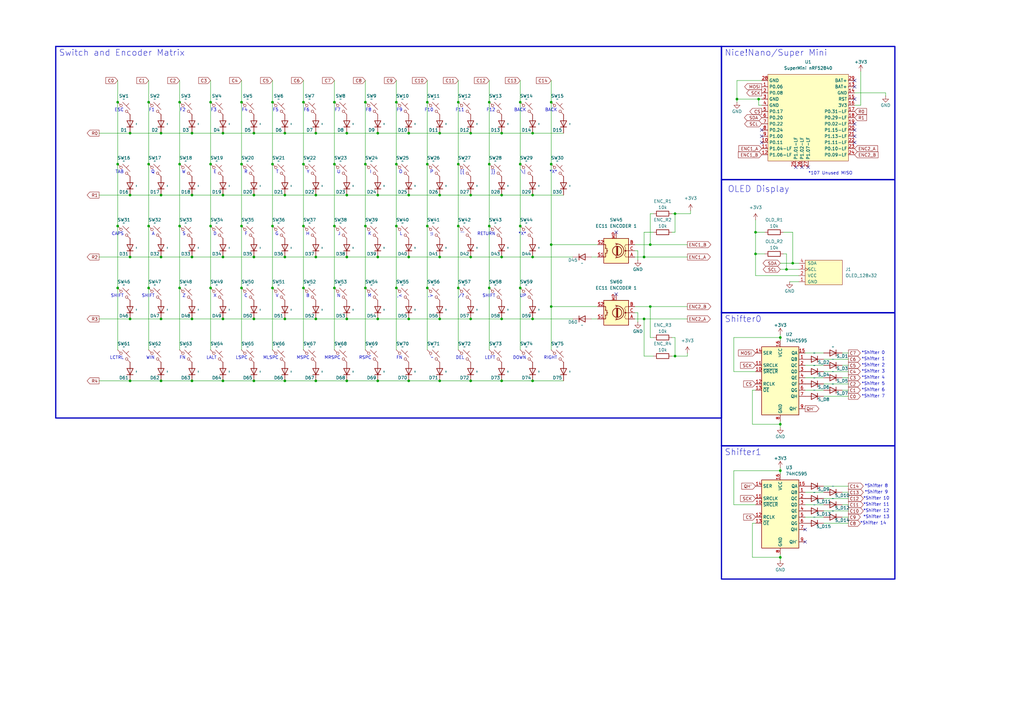
<source format=kicad_sch>
(kicad_sch (version 20250114) (generator "eeschema") (generator_version "9.0")
  (paper "A3")
  (rectangle (start 295.91 19.05) (end 367.03 73.66) (stroke (width 0.508)))
  (rectangle (start 295.91 128.27) (end 367.03 182.88) (stroke (width 0.508)))
  (rectangle (start 22.86 19.05) (end 295.91 171.45) (stroke (width 0.508)))
  (rectangle (start 295.91 73.66) (end 367.03 128.27) (stroke (width 0.508)))
  (rectangle (start 295.91 182.88) (end 367.03 237.49) (stroke (width 0.508)))
  (text "I" (at 152.4 69.85 0) (effects (font (size 1.27 1.27)) (justify right top)))
  (text "L" (at 165.1 95.25 0) (effects (font (size 1.27 1.27)) (justify right top)))
  (text "F8" (at 152.4 44.45 0) (effects (font (size 1.27 1.27)) (justify right top)))
  (text "Shifter0" (at 297.18 129.54 0) (effects (font (size 2.54 2.54)) (justify left top)))
  (text "X" (at 88.9 120.65 0) (effects (font (size 1.27 1.27)) (justify right top)))
  (text "C" (at 101.6 120.65 0) (effects (font (size 1.27 1.27)) (justify right top)))
  (text "ESC" (at 50.8 44.45 0) (effects (font (size 1.27 1.27)) (justify right top)))
  (text "*Shifter 12\n" (at 359.41 209.55 0) (effects (font (size 1.27 1.27))))
  (text "]}" (at 203.2 69.85 0) (effects (font (size 1.27 1.27)) (justify right top)))
  (text "F2" (at 76.2 44.45 0) (effects (font (size 1.27 1.27)) (justify right top)))
  (text ",<" (at 165.1 120.65 0) (effects (font (size 1.27 1.27)) (justify right top)))
  (text "*Shifter 5\n" (at 358.14 157.48 0) (effects (font (size 1.27 1.27))))
  (text "*Shifter 4" (at 358.14 154.94 0) (effects (font (size 1.27 1.27))))
  (text "U" (at 139.7 69.85 0) (effects (font (size 1.27 1.27)) (justify right top)))
  (text "SHIFT" (at 203.2 120.65 0) (effects (font (size 1.27 1.27)) (justify right top)))
  (text "Switch and Encoder Matrix" (at 24.13 20.32 0) (effects (font (size 2.54 2.54)) (justify left top)))
  (text "*Shifter 9" (at 359.41 201.93 0) (effects (font (size 1.27 1.27))))
  (text "Z" (at 76.2 120.65 0) (effects (font (size 1.27 1.27)) (justify right top)))
  (text "*107 Unused MISO" (at 331.47 71.12 0) (effects (font (size 1.27 1.27)) (justify left)))
  (text "F10" (at 177.8 44.45 0) (effects (font (size 1.27 1.27)) (justify right top)))
  (text "LCTRL\n" (at 50.8 146.05 0) (effects (font (size 1.27 1.27)) (justify right top)))
  (text "F1" (at 63.5 44.45 0) (effects (font (size 1.27 1.27)) (justify right top)))
  (text "*Shifter 10" (at 359.41 204.47 0) (effects (font (size 1.27 1.27))))
  (text "*Shifter 13" (at 359.41 212.09 0) (effects (font (size 1.27 1.27))))
  (text "/?" (at 190.5 120.65 0) (effects (font (size 1.27 1.27)) (justify right top)))
  (text "*Shifter 2" (at 358.14 149.86 0) (effects (font (size 1.27 1.27))))
  (text "LSPC\n" (at 101.6 146.05 0) (effects (font (size 1.27 1.27)) (justify right top)))
  (text "DEL" (at 190.5 146.05 0) (effects (font (size 1.27 1.27)) (justify right top)))
  (text "E" (at 88.9 69.85 0) (effects (font (size 1.27 1.27)) (justify right top)))
  (text "*X*" (at 215.9 95.25 0) (effects (font (size 1.27 1.27)) (justify right top)))
  (text "SHIFT" (at 50.8 120.65 0) (effects (font (size 1.27 1.27)) (justify right top)))
  (text "W" (at 76.2 69.85 0) (effects (font (size 1.27 1.27)) (justify right top)))
  (text ".>" (at 177.8 120.65 0) (effects (font (size 1.27 1.27)) (justify right top)))
  (text "BACK" (at 215.9 44.45 0) (effects (font (size 1.27 1.27)) (justify right top)))
  (text "H" (at 127 95.25 0) (effects (font (size 1.27 1.27)) (justify right top)))
  (text "F9" (at 165.1 44.45 0) (effects (font (size 1.27 1.27)) (justify right top)))
  (text "SHIFT" (at 63.5 120.65 0) (effects (font (size 1.27 1.27)) (justify right top)))
  (text "LEFT" (at 203.2 146.05 0) (effects (font (size 1.27 1.27)) (justify right top)))
  (text "FN" (at 76.2 146.05 0) (effects (font (size 1.27 1.27)) (justify right top)))
  (text "R" (at 101.6 69.85 0) (effects (font (size 1.27 1.27)) (justify right top)))
  (text "F" (at 101.6 95.25 0) (effects (font (size 1.27 1.27)) (justify right top)))
  (text "B" (at 127 120.65 0) (effects (font (size 1.27 1.27)) (justify right top)))
  (text "*Shifter 8" (at 359.41 199.39 0) (effects (font (size 1.27 1.27))))
  (text "MRSPC\n" (at 139.7 146.05 0) (effects (font (size 1.27 1.27)) (justify right top)))
  (text "*Shifter 14" (at 358.14 214.63 0) (effects (font (size 1.27 1.27))))
  (text "RETURN" (at 203.2 95.25 0) (effects (font (size 1.27 1.27)) (justify right top)))
  (text "OLED Display" (at 298.45 76.2 0) (effects (font (size 2.54 2.54)) (justify left top)))
  (text "*Shifter 7" (at 358.14 162.56 0) (effects (font (size 1.27 1.27))))
  (text "RIGHT" (at 228.6 146.05 0) (effects (font (size 1.27 1.27)) (justify right top)))
  (text "*Shifter 3" (at 358.14 152.4 0) (effects (font (size 1.27 1.27))))
  (text "*Shifter 11" (at 359.41 207.01 0) (effects (font (size 1.27 1.27))))
  (text "P" (at 177.8 69.85 0) (effects (font (size 1.27 1.27)) (justify right top)))
  (text "F11" (at 190.5 44.45 0) (effects (font (size 1.27 1.27)) (justify right top)))
  (text "*Shifter 6" (at 358.14 160.02 0) (effects (font (size 1.27 1.27))))
  (text "WIN\n" (at 63.5 146.05 0) (effects (font (size 1.27 1.27)) (justify right top)))
  (text "S" (at 76.2 95.25 0) (effects (font (size 1.27 1.27)) (justify right top)))
  (text "G" (at 114.3 95.25 0) (effects (font (size 1.27 1.27)) (justify right top)))
  (text "F3" (at 88.9 44.45 0) (effects (font (size 1.27 1.27)) (justify right top)))
  (text "UP" (at 215.9 120.65 0) (effects (font (size 1.27 1.27)) (justify right top)))
  (text "[{" (at 190.5 69.85 0) (effects (font (size 1.27 1.27)) (justify right top)))
  (text "O" (at 165.1 69.85 0) (effects (font (size 1.27 1.27)) (justify right top)))
  (text "Q" (at 63.5 69.85 0) (effects (font (size 1.27 1.27)) (justify right top)))
  (text "A" (at 63.5 95.25 0) (effects (font (size 1.27 1.27)) (justify right top)))
  (text "MLSPC\n" (at 114.3 146.05 0) (effects (font (size 1.27 1.27)) (justify right top)))
  (text "T" (at 114.3 69.85 0) (effects (font (size 1.27 1.27)) (justify right top)))
  (text "M" (at 152.4 120.65 0) (effects (font (size 1.27 1.27)) (justify right top)))
  (text "D" (at 88.9 95.25 0) (effects (font (size 1.27 1.27)) (justify right top)))
  (text "MSPC\n" (at 127 146.05 0) (effects (font (size 1.27 1.27)) (justify right top)))
  (text "F7" (at 139.7 44.45 0) (effects (font (size 1.27 1.27)) (justify right top)))
  (text "\\|" (at 215.9 69.85 0) (effects (font (size 1.27 1.27)) (justify right top)))
  (text "F12" (at 203.2 44.45 0) (effects (font (size 1.27 1.27)) (justify right top)))
  (text "J" (at 139.7 95.25 0) (effects (font (size 1.27 1.27)) (justify right top)))
  (text "'\"" (at 190.5 95.25 0) (effects (font (size 1.27 1.27)) (justify right top)))
  (text "FN" (at 165.1 146.05 0) (effects (font (size 1.27 1.27)) (justify right top)))
  (text "N" (at 139.7 120.65 0) (effects (font (size 1.27 1.27)) (justify right top)))
  (text "BACK" (at 228.6 44.45 0) (effects (font (size 1.27 1.27)) (justify right top)))
  (text "Shifter1" (at 297.18 184.15 0) (effects (font (size 2.54 2.54)) (justify left top)))
  (text "RSPC" (at 152.4 146.05 0) (effects (font (size 1.27 1.27)) (justify right top)))
  (text "F5" (at 114.3 44.45 0) (effects (font (size 1.27 1.27)) (justify right top)))
  (text "LALT" (at 88.9 146.05 0) (effects (font (size 1.27 1.27)) (justify right top)))
  (text "Nice!Nano/Super Mini" (at 297.18 20.32 0) (effects (font (size 2.54 2.54)) (justify left top)))
  (text "DOWN\n" (at 215.9 146.05 0) (effects (font (size 1.27 1.27)) (justify right top)))
  (text "`~" (at 177.8 146.05 0) (effects (font (size 1.27 1.27)) (justify right top)))
  (text "Y" (at 127 69.85 0) (effects (font (size 1.27 1.27)) (justify right top)))
  (text "*Shifter 0" (at 358.14 144.78 0) (effects (font (size 1.27 1.27))))
  (text "*Shifter 1" (at 358.14 147.32 0) (effects (font (size 1.27 1.27))))
  (text "F4" (at 101.6 44.45 0) (effects (font (size 1.27 1.27)) (justify right top)))
  (text "TAB" (at 50.8 69.85 0) (effects (font (size 1.27 1.27)) (justify right top)))
  (text "CAPS" (at 50.8 95.25 0) (effects (font (size 1.27 1.27)) (justify right top)))
  (text "K" (at 152.4 95.25 0) (effects (font (size 1.27 1.27)) (justify right top)))
  (text "*X*" (at 228.6 69.85 0) (effects (font (size 1.27 1.27)) (justify right top)))
  (text ";:" (at 177.8 95.25 0) (effects (font (size 1.27 1.27)) (justify right top)))
  (text "F6" (at 127 44.45 0) (effects (font (size 1.27 1.27)) (justify right top)))
  (text "V" (at 114.3 120.65 0) (effects (font (size 1.27 1.27)) (justify right top)))
  (junction (at 218.44 130.81))
  (junction (at 48.26 67.31))
  (junction (at 218.44 156.21))
  (junction (at 193.04 130.81))
  (junction (at 137.16 92.71))
  (junction (at 180.34 80.01))
  (junction (at 200.66 92.71))
  (junction (at 180.34 105.41))
  (junction (at 193.04 54.61))
  (junction (at 53.34 156.21))
  (junction (at 162.56 41.91))
  (junction (at 111.76 92.71))
  (junction (at 154.94 80.01))
  (junction (at 66.04 105.41))
  (junction (at 99.06 67.31))
  (junction (at 193.04 105.41))
  (junction (at 111.76 41.91))
  (junction (at 66.04 80.01))
  (junction (at 226.06 125.73))
  (junction (at 104.14 80.01))
  (junction (at 142.24 54.61))
  (junction (at 86.36 41.91))
  (junction (at 205.74 156.21))
  (junction (at 99.06 41.91))
  (junction (at 60.96 118.11))
  (junction (at 104.14 54.61))
  (junction (at 213.36 41.91))
  (junction (at 320.04 193.04))
  (junction (at 129.54 156.21))
  (junction (at 53.34 105.41))
  (junction (at 142.24 130.81))
  (junction (at 149.86 67.31))
  (junction (at 149.86 92.71))
  (junction (at 187.96 67.31))
  (junction (at 205.74 105.41))
  (junction (at 167.64 130.81))
  (junction (at 276.86 87.63))
  (junction (at 91.44 130.81))
  (junction (at 180.34 156.21))
  (junction (at 187.96 92.71))
  (junction (at 149.86 41.91))
  (junction (at 78.74 80.01))
  (junction (at 218.44 80.01))
  (junction (at 325.12 107.95))
  (junction (at 124.46 92.71))
  (junction (at 86.36 118.11))
  (junction (at 149.86 118.11))
  (junction (at 175.26 118.11))
  (junction (at 309.88 95.25))
  (junction (at 167.64 54.61))
  (junction (at 91.44 54.61))
  (junction (at 91.44 80.01))
  (junction (at 226.06 100.33))
  (junction (at 167.64 105.41))
  (junction (at 154.94 130.81))
  (junction (at 180.34 130.81))
  (junction (at 175.26 41.91))
  (junction (at 124.46 118.11))
  (junction (at 266.7 100.33))
  (junction (at 226.06 67.31))
  (junction (at 129.54 130.81))
  (junction (at 86.36 67.31))
  (junction (at 111.76 118.11))
  (junction (at 116.84 54.61))
  (junction (at 142.24 105.41))
  (junction (at 73.66 41.91))
  (junction (at 48.26 118.11))
  (junction (at 218.44 54.61))
  (junction (at 167.64 156.21))
  (junction (at 226.06 41.91))
  (junction (at 60.96 92.71))
  (junction (at 175.26 92.71))
  (junction (at 200.66 41.91))
  (junction (at 264.16 105.41))
  (junction (at 116.84 80.01))
  (junction (at 213.36 67.31))
  (junction (at 311.15 40.64))
  (junction (at 187.96 41.91))
  (junction (at 175.26 67.31))
  (junction (at 162.56 92.71))
  (junction (at 99.06 92.71))
  (junction (at 266.7 125.73))
  (junction (at 205.74 130.81))
  (junction (at 91.44 105.41))
  (junction (at 320.04 228.6))
  (junction (at 218.44 105.41))
  (junction (at 129.54 80.01))
  (junction (at 264.16 130.81))
  (junction (at 104.14 130.81))
  (junction (at 187.96 118.11))
  (junction (at 320.04 138.43))
  (junction (at 193.04 156.21))
  (junction (at 322.58 110.49))
  (junction (at 205.74 80.01))
  (junction (at 213.36 92.71))
  (junction (at 91.44 156.21))
  (junction (at 129.54 54.61))
  (junction (at 154.94 105.41))
  (junction (at 167.64 80.01))
  (junction (at 78.74 130.81))
  (junction (at 162.56 67.31))
  (junction (at 60.96 41.91))
  (junction (at 142.24 156.21))
  (junction (at 116.84 156.21))
  (junction (at 200.66 67.31))
  (junction (at 73.66 92.71))
  (junction (at 116.84 105.41))
  (junction (at 302.26 40.64))
  (junction (at 116.84 130.81))
  (junction (at 276.86 146.05))
  (junction (at 137.16 67.31))
  (junction (at 320.04 173.99))
  (junction (at 124.46 41.91))
  (junction (at 78.74 54.61))
  (junction (at 154.94 156.21))
  (junction (at 78.74 156.21))
  (junction (at 99.06 118.11))
  (junction (at 53.34 54.61))
  (junction (at 48.26 92.71))
  (junction (at 104.14 105.41))
  (junction (at 124.46 67.31))
  (junction (at 111.76 67.31))
  (junction (at 73.66 67.31))
  (junction (at 137.16 118.11))
  (junction (at 86.36 92.71))
  (junction (at 205.74 54.61))
  (junction (at 66.04 130.81))
  (junction (at 53.34 80.01))
  (junction (at 180.34 54.61))
  (junction (at 60.96 67.31))
  (junction (at 129.54 105.41))
  (junction (at 66.04 54.61))
  (junction (at 154.94 54.61))
  (junction (at 213.36 118.11))
  (junction (at 309.88 104.14))
  (junction (at 53.34 130.81))
  (junction (at 66.04 156.21))
  (junction (at 137.16 41.91))
  (junction (at 142.24 80.01))
  (junction (at 73.66 118.11))
  (junction (at 193.04 80.01))
  (junction (at 200.66 118.11))
  (junction (at 104.14 156.21))
  (junction (at 48.26 41.91))
  (junction (at 78.74 105.41))
  (junction (at 162.56 118.11))
  (no_connect (at 350.52 58.42))
  (no_connect (at 350.52 35.56))
  (no_connect (at 312.42 58.42))
  (no_connect (at 350.52 33.02))
  (no_connect (at 326.39 68.58))
  (no_connect (at 350.52 50.8))
  (no_connect (at 312.42 55.88))
  (no_connect (at 252.73 95.25))
  (no_connect (at 350.52 40.64))
  (no_connect (at 312.42 53.34))
  (no_connect (at 328.93 68.58))
  (no_connect (at 330.2 217.17))
  (no_connect (at 330.2 222.25))
  (no_connect (at 331.47 68.58))
  (no_connect (at 350.52 55.88))
  (no_connect (at 350.52 53.34))
  (no_connect (at 252.73 120.65))
  (wire (pts (xy 154.94 130.81) (xy 167.64 130.81)))
  (wire (pts (xy 187.96 33.02) (xy 187.96 41.91)))
  (wire (pts (xy 175.26 67.31) (xy 175.26 92.71)))
  (wire (pts (xy 129.54 105.41) (xy 142.24 105.41)))
  (wire (pts (xy 347.98 160.02) (xy 345.44 160.02)))
  (wire (pts (xy 78.74 156.21) (xy 91.44 156.21)))
  (wire (pts (xy 193.04 156.21) (xy 205.74 156.21)))
  (wire (pts (xy 175.26 33.02) (xy 175.26 41.91)))
  (wire (pts (xy 264.16 105.41) (xy 281.94 105.41)))
  (wire (pts (xy 124.46 41.91) (xy 124.46 67.31)))
  (wire (pts (xy 104.14 130.81) (xy 116.84 130.81)))
  (wire (pts (xy 353.06 29.21) (xy 353.06 43.18)))
  (wire (pts (xy 40.64 156.21) (xy 53.34 156.21)))
  (wire (pts (xy 154.94 156.21) (xy 167.64 156.21)))
  (wire (pts (xy 154.94 80.01) (xy 167.64 80.01)))
  (wire (pts (xy 322.58 104.14) (xy 322.58 110.49)))
  (wire (pts (xy 167.64 54.61) (xy 180.34 54.61)))
  (wire (pts (xy 261.62 128.27) (xy 260.35 128.27)))
  (wire (pts (xy 149.86 92.71) (xy 149.86 118.11)))
  (wire (pts (xy 264.16 146.05) (xy 264.16 130.81)))
  (wire (pts (xy 260.35 100.33) (xy 266.7 100.33)))
  (wire (pts (xy 347.98 207.01) (xy 345.44 207.01)))
  (wire (pts (xy 266.7 87.63) (xy 266.7 100.33)))
  (wire (pts (xy 350.52 43.18) (xy 353.06 43.18)))
  (wire (pts (xy 226.06 100.33) (xy 245.11 100.33)))
  (wire (pts (xy 99.06 33.02) (xy 99.06 41.91)))
  (wire (pts (xy 66.04 156.21) (xy 78.74 156.21)))
  (wire (pts (xy 311.15 40.64) (xy 311.15 43.18)))
  (wire (pts (xy 322.58 110.49) (xy 327.66 110.49)))
  (wire (pts (xy 149.86 67.31) (xy 149.86 92.71)))
  (wire (pts (xy 226.06 100.33) (xy 226.06 125.73)))
  (wire (pts (xy 154.94 54.61) (xy 167.64 54.61)))
  (wire (pts (xy 302.26 40.64) (xy 311.15 40.64)))
  (wire (pts (xy 226.06 125.73) (xy 226.06 143.51)))
  (wire (pts (xy 218.44 130.81) (xy 234.95 130.81)))
  (wire (pts (xy 337.82 204.47) (xy 347.98 204.47)))
  (wire (pts (xy 78.74 130.81) (xy 91.44 130.81)))
  (wire (pts (xy 264.16 130.81) (xy 281.94 130.81)))
  (wire (pts (xy 218.44 156.21) (xy 231.14 156.21)))
  (wire (pts (xy 242.57 130.81) (xy 245.11 130.81)))
  (wire (pts (xy 142.24 80.01) (xy 154.94 80.01)))
  (wire (pts (xy 111.76 41.91) (xy 111.76 67.31)))
  (wire (pts (xy 281.94 146.05) (xy 281.94 144.78)))
  (wire (pts (xy 300.99 193.04) (xy 320.04 193.04)))
  (wire (pts (xy 266.7 125.73) (xy 281.94 125.73)))
  (wire (pts (xy 327.66 113.03) (xy 309.88 113.03)))
  (wire (pts (xy 99.06 92.71) (xy 99.06 118.11)))
  (wire (pts (xy 53.34 105.41) (xy 66.04 105.41)))
  (wire (pts (xy 193.04 54.61) (xy 205.74 54.61)))
  (wire (pts (xy 137.16 33.02) (xy 137.16 41.91)))
  (wire (pts (xy 116.84 54.61) (xy 129.54 54.61)))
  (wire (pts (xy 337.82 212.09) (xy 330.2 212.09)))
  (wire (pts (xy 320.04 110.49) (xy 322.58 110.49)))
  (wire (pts (xy 213.36 41.91) (xy 213.36 67.31)))
  (wire (pts (xy 111.76 118.11) (xy 111.76 143.51)))
  (wire (pts (xy 226.06 33.02) (xy 226.06 41.91)))
  (wire (pts (xy 276.86 138.43) (xy 276.86 146.05)))
  (wire (pts (xy 321.31 104.14) (xy 322.58 104.14)))
  (wire (pts (xy 205.74 130.81) (xy 218.44 130.81)))
  (wire (pts (xy 48.26 67.31) (xy 48.26 92.71)))
  (wire (pts (xy 205.74 156.21) (xy 218.44 156.21)))
  (wire (pts (xy 124.46 33.02) (xy 124.46 41.91)))
  (wire (pts (xy 337.82 162.56) (xy 347.98 162.56)))
  (wire (pts (xy 86.36 33.02) (xy 86.36 41.91)))
  (wire (pts (xy 167.64 105.41) (xy 180.34 105.41)))
  (wire (pts (xy 60.96 33.02) (xy 60.96 41.91)))
  (wire (pts (xy 321.31 95.25) (xy 325.12 95.25)))
  (wire (pts (xy 308.61 160.02) (xy 308.61 173.99)))
  (wire (pts (xy 213.36 33.02) (xy 213.36 41.91)))
  (wire (pts (xy 104.14 156.21) (xy 116.84 156.21)))
  (wire (pts (xy 267.97 95.25) (xy 264.16 95.25)))
  (wire (pts (xy 302.26 41.91) (xy 302.26 40.64)))
  (wire (pts (xy 187.96 41.91) (xy 187.96 67.31)))
  (wire (pts (xy 60.96 118.11) (xy 60.96 143.51)))
  (wire (pts (xy 116.84 130.81) (xy 129.54 130.81)))
  (wire (pts (xy 213.36 92.71) (xy 213.36 118.11)))
  (wire (pts (xy 350.52 38.1) (xy 363.22 38.1)))
  (wire (pts (xy 261.62 102.87) (xy 260.35 102.87)))
  (wire (pts (xy 300.99 138.43) (xy 320.04 138.43)))
  (wire (pts (xy 308.61 160.02) (xy 309.88 160.02)))
  (wire (pts (xy 66.04 80.01) (xy 78.74 80.01)))
  (wire (pts (xy 320.04 138.43) (xy 320.04 139.7)))
  (wire (pts (xy 266.7 125.73) (xy 260.35 125.73)))
  (wire (pts (xy 73.66 41.91) (xy 73.66 67.31)))
  (wire (pts (xy 320.04 193.04) (xy 320.04 194.31)))
  (wire (pts (xy 53.34 54.61) (xy 66.04 54.61)))
  (wire (pts (xy 137.16 41.91) (xy 137.16 67.31)))
  (wire (pts (xy 154.94 105.41) (xy 167.64 105.41)))
  (wire (pts (xy 104.14 105.41) (xy 116.84 105.41)))
  (wire (pts (xy 264.16 95.25) (xy 264.16 105.41)))
  (wire (pts (xy 226.06 41.91) (xy 226.06 67.31)))
  (wire (pts (xy 149.86 118.11) (xy 149.86 143.51)))
  (wire (pts (xy 187.96 67.31) (xy 187.96 92.71)))
  (wire (pts (xy 180.34 80.01) (xy 193.04 80.01)))
  (wire (pts (xy 218.44 80.01) (xy 231.14 80.01)))
  (wire (pts (xy 48.26 41.91) (xy 48.26 67.31)))
  (wire (pts (xy 300.99 152.4) (xy 309.88 152.4)))
  (wire (pts (xy 347.98 212.09) (xy 345.44 212.09)))
  (wire (pts (xy 78.74 54.61) (xy 91.44 54.61)))
  (wire (pts (xy 129.54 130.81) (xy 142.24 130.81)))
  (wire (pts (xy 162.56 67.31) (xy 162.56 92.71)))
  (wire (pts (xy 302.26 33.02) (xy 302.26 40.64)))
  (wire (pts (xy 242.57 105.41) (xy 245.11 105.41)))
  (wire (pts (xy 149.86 41.91) (xy 149.86 67.31)))
  (wire (pts (xy 337.82 152.4) (xy 347.98 152.4)))
  (wire (pts (xy 73.66 67.31) (xy 73.66 92.71)))
  (wire (pts (xy 124.46 67.31) (xy 124.46 92.71)))
  (wire (pts (xy 337.82 209.55) (xy 347.98 209.55)))
  (wire (pts (xy 99.06 118.11) (xy 99.06 143.51)))
  (wire (pts (xy 320.04 191.77) (xy 320.04 193.04)))
  (wire (pts (xy 337.82 201.93) (xy 330.2 201.93)))
  (wire (pts (xy 337.82 147.32) (xy 347.98 147.32)))
  (wire (pts (xy 116.84 80.01) (xy 129.54 80.01)))
  (wire (pts (xy 167.64 156.21) (xy 180.34 156.21)))
  (wire (pts (xy 175.26 92.71) (xy 175.26 118.11)))
  (wire (pts (xy 48.26 33.02) (xy 48.26 41.91)))
  (wire (pts (xy 104.14 80.01) (xy 116.84 80.01)))
  (wire (pts (xy 124.46 92.71) (xy 124.46 118.11)))
  (wire (pts (xy 162.56 33.02) (xy 162.56 41.91)))
  (wire (pts (xy 205.74 105.41) (xy 218.44 105.41)))
  (wire (pts (xy 40.64 130.81) (xy 53.34 130.81)))
  (wire (pts (xy 66.04 130.81) (xy 78.74 130.81)))
  (wire (pts (xy 40.64 80.01) (xy 53.34 80.01)))
  (wire (pts (xy 73.66 118.11) (xy 73.66 143.51)))
  (wire (pts (xy 193.04 80.01) (xy 205.74 80.01)))
  (wire (pts (xy 60.96 67.31) (xy 60.96 92.71)))
  (wire (pts (xy 91.44 105.41) (xy 104.14 105.41)))
  (wire (pts (xy 137.16 67.31) (xy 137.16 92.71)))
  (wire (pts (xy 66.04 54.61) (xy 78.74 54.61)))
  (wire (pts (xy 91.44 156.21) (xy 104.14 156.21)))
  (wire (pts (xy 308.61 214.63) (xy 309.88 214.63)))
  (wire (pts (xy 205.74 54.61) (xy 218.44 54.61)))
  (wire (pts (xy 200.66 92.71) (xy 200.66 118.11)))
  (wire (pts (xy 40.64 54.61) (xy 53.34 54.61)))
  (wire (pts (xy 363.22 39.37) (xy 363.22 38.1)))
  (wire (pts (xy 309.88 104.14) (xy 309.88 113.03)))
  (wire (pts (xy 213.36 118.11) (xy 213.36 143.51)))
  (wire (pts (xy 347.98 201.93) (xy 345.44 201.93)))
  (wire (pts (xy 180.34 105.41) (xy 193.04 105.41)))
  (wire (pts (xy 308.61 214.63) (xy 308.61 228.6)))
  (wire (pts (xy 162.56 41.91) (xy 162.56 67.31)))
  (wire (pts (xy 276.86 87.63) (xy 276.86 95.25)))
  (wire (pts (xy 267.97 146.05) (xy 264.16 146.05)))
  (wire (pts (xy 187.96 118.11) (xy 187.96 143.51)))
  (wire (pts (xy 308.61 228.6) (xy 320.04 228.6)))
  (wire (pts (xy 99.06 67.31) (xy 99.06 92.71)))
  (wire (pts (xy 86.36 67.31) (xy 86.36 92.71)))
  (wire (pts (xy 129.54 54.61) (xy 142.24 54.61)))
  (wire (pts (xy 60.96 92.71) (xy 60.96 118.11)))
  (wire (pts (xy 226.06 125.73) (xy 245.11 125.73)))
  (wire (pts (xy 99.06 41.91) (xy 99.06 67.31)))
  (wire (pts (xy 337.82 149.86) (xy 330.2 149.86)))
  (wire (pts (xy 213.36 67.31) (xy 213.36 92.71)))
  (wire (pts (xy 308.61 173.99) (xy 320.04 173.99)))
  (wire (pts (xy 137.16 92.71) (xy 137.16 118.11)))
  (wire (pts (xy 104.14 54.61) (xy 116.84 54.61)))
  (wire (pts (xy 205.74 80.01) (xy 218.44 80.01)))
  (wire (pts (xy 266.7 100.33) (xy 281.94 100.33)))
  (wire (pts (xy 337.82 207.01) (xy 330.2 207.01)))
  (wire (pts (xy 180.34 130.81) (xy 193.04 130.81)))
  (wire (pts (xy 162.56 118.11) (xy 162.56 143.51)))
  (wire (pts (xy 53.34 156.21) (xy 66.04 156.21)))
  (wire (pts (xy 73.66 92.71) (xy 73.66 118.11)))
  (wire (pts (xy 347.98 149.86) (xy 345.44 149.86)))
  (wire (pts (xy 129.54 156.21) (xy 142.24 156.21)))
  (wire (pts (xy 309.88 95.25) (xy 309.88 104.14)))
  (wire (pts (xy 312.42 40.64) (xy 311.15 40.64)))
  (wire (pts (xy 300.99 138.43) (xy 300.99 152.4)))
  (wire (pts (xy 300.99 207.01) (xy 309.88 207.01)))
  (wire (pts (xy 264.16 130.81) (xy 260.35 130.81)))
  (wire (pts (xy 320.04 173.99) (xy 320.04 175.26)))
  (wire (pts (xy 167.64 80.01) (xy 180.34 80.01)))
  (wire (pts (xy 142.24 156.21) (xy 154.94 156.21)))
  (wire (pts (xy 226.06 67.31) (xy 226.06 100.33)))
  (wire (pts (xy 267.97 138.43) (xy 266.7 138.43)))
  (wire (pts (xy 267.97 87.63) (xy 266.7 87.63)))
  (wire (pts (xy 200.66 33.02) (xy 200.66 41.91)))
  (wire (pts (xy 347.98 154.94) (xy 345.44 154.94)))
  (wire (pts (xy 337.82 157.48) (xy 347.98 157.48)))
  (wire (pts (xy 48.26 92.71) (xy 48.26 118.11)))
  (wire (pts (xy 218.44 54.61) (xy 231.14 54.61)))
  (wire (pts (xy 261.62 102.87) (xy 261.62 106.68)))
  (wire (pts (xy 320.04 107.95) (xy 325.12 107.95)))
  (wire (pts (xy 180.34 156.21) (xy 193.04 156.21)))
  (wire (pts (xy 111.76 67.31) (xy 111.76 92.71)))
  (wire (pts (xy 175.26 118.11) (xy 175.26 143.51)))
  (wire (pts (xy 167.64 130.81) (xy 180.34 130.81)))
  (wire (pts (xy 261.62 132.08) (xy 261.62 128.27)))
  (wire (pts (xy 337.82 144.78) (xy 330.2 144.78)))
  (wire (pts (xy 275.59 138.43) (xy 276.86 138.43)))
  (wire (pts (xy 276.86 146.05) (xy 281.94 146.05)))
  (wire (pts (xy 347.98 144.78) (xy 345.44 144.78)))
  (wire (pts (xy 309.88 95.25) (xy 313.69 95.25)))
  (wire (pts (xy 60.96 41.91) (xy 60.96 67.31)))
  (wire (pts (xy 142.24 105.41) (xy 154.94 105.41)))
  (wire (pts (xy 218.44 105.41) (xy 234.95 105.41)))
  (wire (pts (xy 337.82 214.63) (xy 347.98 214.63)))
  (wire (pts (xy 142.24 130.81) (xy 154.94 130.81)))
  (wire (pts (xy 86.36 92.71) (xy 86.36 118.11)))
  (wire (pts (xy 187.96 92.71) (xy 187.96 118.11)))
  (wire (pts (xy 116.84 105.41) (xy 129.54 105.41)))
  (wire (pts (xy 53.34 130.81) (xy 66.04 130.81)))
  (wire (pts (xy 124.46 118.11) (xy 124.46 143.51)))
  (wire (pts (xy 116.84 156.21) (xy 129.54 156.21)))
  (wire (pts (xy 86.36 41.91) (xy 86.36 67.31)))
  (wire (pts (xy 309.88 104.14) (xy 313.69 104.14)))
  (wire (pts (xy 320.04 173.99) (xy 320.04 172.72)))
  (wire (pts (xy 302.26 33.02) (xy 312.42 33.02)))
  (wire (pts (xy 86.36 118.11) (xy 86.36 143.51)))
  (wire (pts (xy 149.86 33.02) (xy 149.86 41.91)))
  (wire (pts (xy 162.56 92.71) (xy 162.56 118.11)))
  (wire (pts (xy 137.16 118.11) (xy 137.16 143.51)))
  (wire (pts (xy 275.59 146.05) (xy 276.86 146.05)))
  (wire (pts (xy 320.04 228.6) (xy 320.04 227.33)))
  (wire (pts (xy 275.59 95.25) (xy 276.86 95.25)))
  (wire (pts (xy 276.86 87.63) (xy 283.21 87.63)))
  (wire (pts (xy 73.66 33.02) (xy 73.66 41.91)))
  (wire (pts (xy 320.04 137.16) (xy 320.04 138.43)))
  (wire (pts (xy 311.15 43.18) (xy 312.42 43.18)))
  (wire (pts (xy 91.44 54.61) (xy 104.14 54.61)))
  (wire (pts (xy 325.12 95.25) (xy 325.12 107.95)))
  (wire (pts (xy 323.85 115.57) (xy 327.66 115.57)))
  (wire (pts (xy 142.24 54.61) (xy 154.94 54.61)))
  (wire (pts (xy 180.34 54.61) (xy 193.04 54.61)))
  (wire (pts (xy 200.66 118.11) (xy 200.66 143.51)))
  (wire (pts (xy 48.26 118.11) (xy 48.26 143.51)))
  (wire (pts (xy 78.74 105.41) (xy 91.44 105.41)))
  (wire (pts (xy 275.59 87.63) (xy 276.86 87.63)))
  (wire (pts (xy 111.76 92.71) (xy 111.76 118.11)))
  (wire (pts (xy 129.54 80.01) (xy 142.24 80.01)))
  (wire (pts (xy 309.88 90.17) (xy 309.88 95.25)))
  (wire (pts (xy 175.26 41.91) (xy 175.26 67.31)))
  (wire (pts (xy 320.04 229.87) (xy 320.04 228.6)))
  (wire (pts (xy 53.34 80.01) (xy 66.04 80.01)))
  (wire (pts (xy 337.82 154.94) (xy 330.2 154.94)))
  (wire (pts (xy 337.82 160.02) (xy 330.2 160.02)))
  (wire (pts (xy 266.7 138.43) (xy 266.7 125.73)))
  (wire (pts (xy 193.04 105.41) (xy 205.74 105.41)))
  (wire (pts (xy 337.82 199.39) (xy 347.98 199.39)))
  (wire (pts (xy 111.76 33.02) (xy 111.76 41.91)))
  (wire (pts (xy 66.04 105.41) (xy 78.74 105.41)))
  (wire (pts (xy 40.64 105.41) (xy 53.34 105.41)))
  (wire (pts (xy 283.21 87.63) (xy 283.21 86.36)))
  (wire (pts (xy 193.04 130.81) (xy 205.74 130.81)))
  (wire (pts (xy 325.12 107.95) (xy 327.66 107.95)))
  (wire (pts (xy 91.44 80.01) (xy 104.14 80.01)))
  (wire (pts (xy 260.35 105.41) (xy 264.16 105.41)))
  (wire (pts (xy 200.66 41.91) (xy 200.66 67.31)))
  (wire (pts (xy 300.99 193.04) (xy 300.99 207.01)))
  (wire (pts (xy 91.44 130.81) (xy 104.14 130.81)))
  (wire (pts (xy 78.74 80.01) (xy 91.44 80.01)))
  (wire (pts (xy 200.66 67.31) (xy 200.66 92.71)))
  (global_label "C14" (shape input) (at 226.06 33.02 180) (property "Intersheetrefs" "${INTERSHEET_REFS}" (effects (hide yes))))
  (global_label "ENC1_A" (shape input) (at 312.42 60.96 180) (property "Intersheetrefs" "${INTERSHEET_REFS}" (effects (hide yes))))
  (global_label "C7" (shape input) (at 137.16 33.02 180) (property "Intersheetrefs" "${INTERSHEET_REFS}" (effects (hide yes))))
  (global_label "SCL" (shape bidirectional) (at 312.42 50.8 180) (property "Intersheetrefs" "${INTERSHEET_REFS}" (effects (hide yes))))
  (global_label "C11" (shape input) (at 187.96 33.02 180) (property "Intersheetrefs" "${INTERSHEET_REFS}" (effects (hide yes))))
  (global_label "C10" (shape output) (at 347.98 209.55 0) (property "Intersheetrefs" "${INTERSHEET_REFS}" (effects (hide yes))))
  (global_label "C6" (shape input) (at 124.46 33.02 180) (property "Intersheetrefs" "${INTERSHEET_REFS}" (effects (hide yes))))
  (global_label "R1" (shape input) (at 350.52 48.26 0) (property "Intersheetrefs" "${INTERSHEET_REFS}" (effects (hide yes))))
  (global_label "SCK" (shape output) (at 312.42 38.1 180) (property "Intersheetrefs" "${INTERSHEET_REFS}" (effects (hide yes))))
  (global_label "C4" (shape output) (at 347.98 152.4 0) (property "Intersheetrefs" "${INTERSHEET_REFS}" (effects (hide yes))))
  (global_label "ENC2_A" (shape input) (at 350.52 60.96 0) (property "Intersheetrefs" "${INTERSHEET_REFS}" (effects (hide yes))))
  (global_label "C12" (shape output) (at 347.98 204.47 0) (property "Intersheetrefs" "${INTERSHEET_REFS}" (effects (hide yes))))
  (global_label "ENC2_B" (shape input) (at 350.52 63.5 0) (property "Intersheetrefs" "${INTERSHEET_REFS}" (effects (hide yes))))
  (global_label "C11" (shape output) (at 347.98 207.01 0) (property "Intersheetrefs" "${INTERSHEET_REFS}" (effects (hide yes))))
  (global_label "MOSI" (shape output) (at 312.42 35.56 180) (property "Intersheetrefs" "${INTERSHEET_REFS}" (effects (hide yes))))
  (global_label "C0" (shape input) (at 48.26 33.02 180) (property "Intersheetrefs" "${INTERSHEET_REFS}" (effects (hide yes))))
  (global_label "ENC1_B" (shape output) (at 281.94 100.33 0) (property "Intersheetrefs" "${INTERSHEET_REFS}" (effects (hide yes))))
  (global_label "QH'" (shape input) (at 309.88 199.39 180) (property "Intersheetrefs" "${INTERSHEET_REFS}" (effects (hide yes))))
  (global_label "MOSI" (shape input) (at 309.88 144.78 180) (property "Intersheetrefs" "${INTERSHEET_REFS}" (effects (hide yes))))
  (global_label "C6" (shape output) (at 347.98 147.32 0) (property "Intersheetrefs" "${INTERSHEET_REFS}" (effects (hide yes))))
  (global_label "CS" (shape input) (at 309.88 157.48 180) (property "Intersheetrefs" "${INTERSHEET_REFS}" (effects (hide yes))))
  (global_label "C13" (shape output) (at 347.98 201.93 0) (property "Intersheetrefs" "${INTERSHEET_REFS}" (effects (hide yes))))
  (global_label "QH'" (shape output) (at 330.2 167.64 0) (property "Intersheetrefs" "${INTERSHEET_REFS}" (effects (hide yes))))
  (global_label "C5" (shape input) (at 111.76 33.02 180) (property "Intersheetrefs" "${INTERSHEET_REFS}" (effects (hide yes))))
  (global_label "R0" (shape input) (at 350.52 45.72 0) (property "Intersheetrefs" "${INTERSHEET_REFS}" (effects (hide yes))))
  (global_label "SCL" (shape bidirectional) (at 320.04 110.49 180) (property "Intersheetrefs" "${INTERSHEET_REFS}" (effects (hide yes))))
  (global_label "C3" (shape output) (at 347.98 154.94 0) (property "Intersheetrefs" "${INTERSHEET_REFS}" (effects (hide yes))))
  (global_label "SCK" (shape input) (at 309.88 149.86 180) (property "Intersheetrefs" "${INTERSHEET_REFS}" (effects (hide yes))))
  (global_label "C1" (shape input) (at 60.96 33.02 180) (property "Intersheetrefs" "${INTERSHEET_REFS}" (effects (hide yes))))
  (global_label "R0" (shape output) (at 40.64 54.61 180) (property "Intersheetrefs" "${INTERSHEET_REFS}" (effects (hide yes))))
  (global_label "C8" (shape input) (at 149.86 33.02 180) (property "Intersheetrefs" "${INTERSHEET_REFS}" (effects (hide yes))))
  (global_label "SDA" (shape bidirectional) (at 312.42 48.26 180) (property "Intersheetrefs" "${INTERSHEET_REFS}" (effects (hide yes))))
  (global_label "C9" (shape output) (at 347.98 212.09 0) (property "Intersheetrefs" "${INTERSHEET_REFS}" (effects (hide yes))))
  (global_label "CS" (shape input) (at 309.88 212.09 180) (property "Intersheetrefs" "${INTERSHEET_REFS}" (effects (hide yes))))
  (global_label "ENC2_A" (shape output) (at 281.94 130.81 0) (property "Intersheetrefs" "${INTERSHEET_REFS}" (effects (hide yes))))
  (global_label "C10" (shape input) (at 175.26 33.02 180) (property "Intersheetrefs" "${INTERSHEET_REFS}" (effects (hide yes))))
  (global_label "C2" (shape input) (at 73.66 33.02 180) (property "Intersheetrefs" "${INTERSHEET_REFS}" (effects (hide yes))))
  (global_label "R3" (shape output) (at 40.64 130.81 180) (property "Intersheetrefs" "${INTERSHEET_REFS}" (effects (hide yes))))
  (global_label "SDA" (shape bidirectional) (at 320.04 107.95 180) (property "Intersheetrefs" "${INTERSHEET_REFS}" (effects (hide yes))))
  (global_label "ENC2_B" (shape output) (at 281.94 125.73 0) (property "Intersheetrefs" "${INTERSHEET_REFS}" (effects (hide yes))))
  (global_label "C14" (shape output) (at 347.98 199.39 0) (property "Intersheetrefs" "${INTERSHEET_REFS}" (effects (hide yes))))
  (global_label "C7" (shape output) (at 347.98 144.78 0) (property "Intersheetrefs" "${INTERSHEET_REFS}" (effects (hide yes))))
  (global_label "SCK" (shape input) (at 309.88 204.47 180) (property "Intersheetrefs" "${INTERSHEET_REFS}" (effects (hide yes))))
  (global_label "C2" (shape output) (at 347.98 157.48 0) (property "Intersheetrefs" "${INTERSHEET_REFS}" (effects (hide yes))))
  (global_label "C1" (shape output) (at 347.98 160.02 0) (property "Intersheetrefs" "${INTERSHEET_REFS}" (effects (hide yes))))
  (global_label "C4" (shape input) (at 99.06 33.02 180) (property "Intersheetrefs" "${INTERSHEET_REFS}" (effects (hide yes))))
  (global_label "C12" (shape input) (at 200.66 33.02 180) (property "Intersheetrefs" "${INTERSHEET_REFS}" (effects (hide yes))))
  (global_label "C5" (shape output) (at 347.98 149.86 0) (property "Intersheetrefs" "${INTERSHEET_REFS}" (effects (hide yes))))
  (global_label "C3" (shape input) (at 86.36 33.02 180) (property "Intersheetrefs" "${INTERSHEET_REFS}" (effects (hide yes))))
  (global_label "C9" (shape input) (at 162.56 33.02 180) (property "Intersheetrefs" "${INTERSHEET_REFS}" (effects (hide yes))))
  (global_label "ENC1_A" (shape output) (at 281.94 105.41 0) (property "Intersheetrefs" "${INTERSHEET_REFS}" (effects (hide yes))))
  (global_label "CS" (shape output) (at 312.42 45.72 180) (property "Intersheetrefs" "${INTERSHEET_REFS}" (effects (hide yes))))
  (global_label "C13" (shape input) (at 213.36 33.02 180) (property "Intersheetrefs" "${INTERSHEET_REFS}" (effects (hide yes))))
  (global_label "C8" (shape output) (at 347.98 214.63 0) (property "Intersheetrefs" "${INTERSHEET_REFS}" (effects (hide yes))))
  (global_label "C0" (shape output) (at 347.98 162.56 0) (property "Intersheetrefs" "${INTERSHEET_REFS}" (effects (hide yes))))
  (global_label "ENC1_B" (shape input) (at 312.42 63.5 180) (property "Intersheetrefs" "${INTERSHEET_REFS}" (effects (hide yes))))
  (global_label "R1" (shape output) (at 40.64 80.01 180) (property "Intersheetrefs" "${INTERSHEET_REFS}" (effects (hide yes))))
  (global_label "R2" (shape output) (at 40.64 105.41 180) (property "Intersheetrefs" "${INTERSHEET_REFS}" (effects (hide yes))))
  (global_label "R4" (shape output) (at 40.64 156.21 180) (property "Intersheetrefs" "${INTERSHEET_REFS}" (effects (hide yes))))
  (symbol (lib_id "Switch:SW_Push_45deg") (at 215.9 146.05 0) (unit 1)
    (property "Reference" "SW74" (at 215.9 140.97 0))
    (property "Value" "~" (at 215.9 142.24 0))
    (property "Footprint" "Caon_Footprint:Hotswap_MX_Plated_1u" (effects (hide yes)))
    (property "Description" "Push button switch, normally open, two pins, 45° tilted" (effects (hide yes)))
  )
  (symbol (lib_id "Switch:SW_Push_45deg") (at 114.3 44.45 0) (unit 1)
    (property "Reference" "SW6" (at 114.3 39.37 0))
    (property "Value" "~" (at 114.3 40.64 0))
    (property "Footprint" "Caon_Footprint:Hotswap_MX_Plated_1u" (effects (hide yes)))
    (property "Description" "Push button switch, normally open, two pins, 45° tilted" (effects (hide yes)))
  )
  (symbol (lib_id "Switch:SW_Push_45deg") (at 152.4 120.65 0) (unit 1)
    (property "Reference" "SW54" (at 152.4 115.57 0))
    (property "Value" "~" (at 152.4 116.84 0))
    (property "Footprint" "Caon_Footprint:Hotswap_MX_Plated_1u" (effects (hide yes)))
    (property "Description" "Push button switch, normally open, two pins, 45° tilted" (effects (hide yes)))
  )
  (symbol (lib_id "Diode:1N4148") (at 193.04 50.8 90) (unit 1)
    (property "Reference" "D12" (at 190.5 53.34 90))
    (property "Value" "~" (at 195.58 50.8 0))
    (property "Footprint" "Caon_Footprint:D_DO-35_SOD27_P2.54mm_Caon65" (effects (hide yes)))
    (property "Datasheet" "https://assets.nexperia.com/documents/data-sheet/1N4148_1N4448.pdf" (effects (hide yes)))
    (property "Description" "100V 0.15A standard switching diode, DO-35" (effects (hide yes)))
    (property "Sim.Device" "D" (effects (hide yes)))
    (property "Sim.Pins" "1=K 2=A" (effects (hide yes)))
  )
  (symbol (lib_id "Diode:1N4148") (at 53.34 76.2 90) (unit 1)
    (property "Reference" "D16" (at 50.8 78.74 90))
    (property "Value" "~" (at 55.88 76.2 0))
    (property "Footprint" "Caon_Footprint:D_DO-35_SOD27_P2.54mm_Caon65" (effects (hide yes)))
    (property "Datasheet" "https://assets.nexperia.com/documents/data-sheet/1N4148_1N4448.pdf" (effects (hide yes)))
    (property "Description" "100V 0.15A standard switching diode, DO-35" (effects (hide yes)))
    (property "Sim.Device" "D" (effects (hide yes)))
    (property "Sim.Pins" "1=K 2=A" (effects (hide yes)))
  )
  (symbol (lib_id "Diode:1N4148") (at 142.24 101.6 90) (unit 1)
    (property "Reference" "D38" (at 139.7 104.14 90))
    (property "Value" "~" (at 144.78 101.6 0))
    (property "Footprint" "Caon_Footprint:D_DO-35_SOD27_P2.54mm_Caon65" (effects (hide yes)))
    (property "Datasheet" "https://assets.nexperia.com/documents/data-sheet/1N4148_1N4448.pdf" (effects (hide yes)))
    (property "Description" "100V 0.15A standard switching diode, DO-35" (effects (hide yes)))
    (property "Sim.Device" "D" (effects (hide yes)))
    (property "Sim.Pins" "1=K 2=A" (effects (hide yes)))
  )
  (symbol (lib_id "Diode:1N4148") (at 193.04 127 90) (unit 1)
    (property "Reference" "D57" (at 190.5 129.54 90))
    (property "Value" "~" (at 195.58 127 0))
    (property "Footprint" "Caon_Footprint:D_DO-35_SOD27_P2.54mm_Caon65" (effects (hide yes)))
    (property "Datasheet" "https://assets.nexperia.com/documents/data-sheet/1N4148_1N4448.pdf" (effects (hide yes)))
    (property "Description" "100V 0.15A standard switching diode, DO-35" (effects (hide yes)))
    (property "Sim.Device" "D" (effects (hide yes)))
    (property "Sim.Pins" "1=K 2=A" (effects (hide yes)))
  )
  (symbol (lib_id "Switch:SW_Push_45deg") (at 165.1 44.45 0) (unit 1)
    (property "Reference" "SW10" (at 165.1 39.37 0))
    (property "Value" "~" (at 165.1 40.64 0))
    (property "Footprint" "Caon_Footprint:Hotswap_MX_Plated_1u" (effects (hide yes)))
    (property "Description" "Push button switch, normally open, two pins, 45° tilted" (effects (hide yes)))
  )
  (symbol (lib_id "Device:R") (at 271.78 138.43 90) (unit 1)
    (property "Reference" "ENC_R3" (at 271.78 133.35 90))
    (property "Value" "10k" (at 271.78 135.89 90))
    (property "Footprint" "Resistor_THT:R_Axial_DIN0204_L3.6mm_D1.6mm_P2.54mm_Vertical" (effects (hide yes)))
    (property "Description" "Resistor" (effects (hide yes)))
  )
  (symbol (lib_id "Diode:1N4148") (at 91.44 50.8 90) (unit 1)
    (property "Reference" "D4" (at 88.9 53.34 90))
    (property "Value" "~" (at 93.98 50.8 0))
    (property "Footprint" "Caon_Footprint:D_DO-35_SOD27_P2.54mm_Caon65" (effects (hide yes)))
    (property "Datasheet" "https://assets.nexperia.com/documents/data-sheet/1N4148_1N4448.pdf" (effects (hide yes)))
    (property "Description" "100V 0.15A standard switching diode, DO-35" (effects (hide yes)))
    (property "Sim.Device" "D" (effects (hide yes)))
    (property "Sim.Pins" "1=K 2=A" (effects (hide yes)))
  )
  (symbol (lib_id "Switch:SW_Push_45deg") (at 152.4 146.05 0) (unit 1)
    (property "Reference" "SW69" (at 152.4 140.97 0))
    (property "Value" "~" (at 152.4 142.24 0))
    (property "Footprint" "Caon_Footprint:Hotswap_MX_Plated_1u" (effects (hide yes)))
    (property "Description" "Push button switch, normally open, two pins, 45° tilted" (effects (hide yes)))
  )
  (symbol (lib_id "Diode:1N4148") (at 205.74 127 90) (unit 1)
    (property "Reference" "D58" (at 203.2 129.54 90))
    (property "Value" "~" (at 208.28 127 0))
    (property "Footprint" "Caon_Footprint:D_DO-35_SOD27_P2.54mm_Caon65" (effects (hide yes)))
    (property "Datasheet" "https://assets.nexperia.com/documents/data-sheet/1N4148_1N4448.pdf" (effects (hide yes)))
    (property "Description" "100V 0.15A standard switching diode, DO-35" (effects (hide yes)))
    (property "Sim.Device" "D" (effects (hide yes)))
    (property "Sim.Pins" "1=K 2=A" (effects (hide yes)))
  )
  (symbol (lib_id "Diode:1N4148") (at 116.84 127 90) (unit 1)
    (property "Reference" "D51" (at 114.3 129.54 90))
    (property "Value" "~" (at 119.38 127 0))
    (property "Footprint" "Caon_Footprint:D_DO-35_SOD27_P2.54mm_Caon65" (effects (hide yes)))
    (property "Datasheet" "https://assets.nexperia.com/documents/data-sheet/1N4148_1N4448.pdf" (effects (hide yes)))
    (property "Description" "100V 0.15A standard switching diode, DO-35" (effects (hide yes)))
    (property "Sim.Device" "D" (effects (hide yes)))
    (property "Sim.Pins" "1=K 2=A" (effects (hide yes)))
  )
  (symbol (lib_id "Diode:1N4148") (at 167.64 127 90) (unit 1)
    (property "Reference" "D55" (at 165.1 129.54 90))
    (property "Value" "~" (at 170.18 127 0))
    (property "Footprint" "Caon_Footprint:D_DO-35_SOD27_P2.54mm_Caon65" (effects (hide yes)))
    (property "Datasheet" "https://assets.nexperia.com/documents/data-sheet/1N4148_1N4448.pdf" (effects (hide yes)))
    (property "Description" "100V 0.15A standard switching diode, DO-35" (effects (hide yes)))
    (property "Sim.Device" "D" (effects (hide yes)))
    (property "Sim.Pins" "1=K 2=A" (effects (hide yes)))
  )
  (symbol (lib_id "Device:R") (at 271.78 146.05 90) (unit 1)
    (property "Reference" "ENC_R4" (at 271.78 140.97 90))
    (property "Value" "10k" (at 271.78 143.51 90))
    (property "Footprint" "Resistor_THT:R_Axial_DIN0204_L3.6mm_D1.6mm_P2.54mm_Vertical" (effects (hide yes)))
    (property "Description" "Resistor" (effects (hide yes)))
  )
  (symbol (lib_id "Diode:1N4148") (at 53.34 152.4 90) (unit 1)
    (property "Reference" "D61" (at 50.8 154.94 90))
    (property "Value" "~" (at 55.88 152.4 0))
    (property "Footprint" "Caon_Footprint:D_DO-35_SOD27_P2.54mm_Caon65" (effects (hide yes)))
    (property "Datasheet" "https://assets.nexperia.com/documents/data-sheet/1N4148_1N4448.pdf" (effects (hide yes)))
    (property "Description" "100V 0.15A standard switching diode, DO-35" (effects (hide yes)))
    (property "Sim.Device" "D" (effects (hide yes)))
    (property "Sim.Pins" "1=K 2=A" (effects (hide yes)))
  )
  (symbol (lib_id "Switch:SW_Push_45deg") (at 88.9 44.45 0) (unit 1)
    (property "Reference" "SW4" (at 88.9 39.37 0))
    (property "Value" "~" (at 88.9 40.64 0))
    (property "Footprint" "Caon_Footprint:Hotswap_MX_Plated_1u" (effects (hide yes)))
    (property "Description" "Push button switch, normally open, two pins, 45° tilted" (effects (hide yes)))
  )
  (symbol (lib_id "Diode:1N4148") (at 193.04 101.6 90) (unit 1)
    (property "Reference" "D42" (at 190.5 104.14 90))
    (property "Value" "~" (at 195.58 101.6 0))
    (property "Footprint" "Caon_Footprint:D_DO-35_SOD27_P2.54mm_Caon65" (effects (hide yes)))
    (property "Datasheet" "https://assets.nexperia.com/documents/data-sheet/1N4148_1N4448.pdf" (effects (hide yes)))
    (property "Description" "100V 0.15A standard switching diode, DO-35" (effects (hide yes)))
    (property "Sim.Device" "D" (effects (hide yes)))
    (property "Sim.Pins" "1=K 2=A" (effects (hide yes)))
  )
  (symbol (lib_id "Switch:SW_Push_45deg") (at 114.3 69.85 0) (unit 1)
    (property "Reference" "SW21" (at 114.3 64.77 0))
    (property "Value" "~" (at 114.3 66.04 0))
    (property "Footprint" "Caon_Footprint:Hotswap_MX_Plated_1u" (effects (hide yes)))
    (property "Description" "Push button switch, normally open, two pins, 45° tilted" (effects (hide yes)))
  )
  (symbol (lib_id "Switch:SW_Push_45deg") (at 50.8 146.05 0) (unit 1)
    (property "Reference" "SW61" (at 50.8 140.97 0))
    (property "Value" "~" (at 50.8 142.24 0))
    (property "Footprint" "Caon_Footprint:Hotswap_MX_Plated_1u" (effects (hide yes)))
    (property "Description" "Push button switch, normally open, two pins, 45° tilted" (effects (hide yes)))
  )
  (symbol (lib_id "Switch:SW_Push_45deg") (at 139.7 120.65 0) (unit 1)
    (property "Reference" "SW53" (at 139.7 115.57 0))
    (property "Value" "~" (at 139.7 116.84 0))
    (property "Footprint" "Caon_Footprint:Hotswap_MX_Plated_1u" (effects (hide yes)))
    (property "Description" "Push button switch, normally open, two pins, 45° tilted" (effects (hide yes)))
  )
  (symbol (lib_id "Diode:1N4148") (at 91.44 76.2 90) (unit 1)
    (property "Reference" "D19" (at 88.9 78.74 90))
    (property "Value" "~" (at 93.98 76.2 0))
    (property "Footprint" "Caon_Footprint:D_DO-35_SOD27_P2.54mm_Caon65" (effects (hide yes)))
    (property "Datasheet" "https://assets.nexperia.com/documents/data-sheet/1N4148_1N4448.pdf" (effects (hide yes)))
    (property "Description" "100V 0.15A standard switching diode, DO-35" (effects (hide yes)))
    (property "Sim.Device" "D" (effects (hide yes)))
    (property "Sim.Pins" "1=K 2=A" (effects (hide yes)))
  )
  (symbol (lib_id "Switch:SW_Push_45deg") (at 114.3 95.25 0) (unit 1)
    (property "Reference" "SW36" (at 114.3 90.17 0))
    (property "Value" "~" (at 114.3 91.44 0))
    (property "Footprint" "Caon_Footprint:Hotswap_MX_Plated_1u" (effects (hide yes)))
    (property "Description" "Push button switch, normally open, two pins, 45° tilted" (effects (hide yes)))
  )
  (symbol (lib_id "Switch:SW_Push_45deg") (at 76.2 146.05 0) (unit 1)
    (property "Reference" "SW63" (at 76.2 140.97 0))
    (property "Value" "~" (at 76.2 142.24 0))
    (property "Footprint" "Caon_Footprint:Hotswap_MX_Plated_1u" (effects (hide yes)))
    (property "Description" "Push button switch, normally open, two pins, 45° tilted" (effects (hide yes)))
  )
  (symbol (lib_id "Diode:1N4148") (at 66.04 101.6 90) (unit 1)
    (property "Reference" "D32" (at 63.5 104.14 90))
    (property "Value" "~" (at 68.58 101.6 0))
    (property "Footprint" "Caon_Footprint:D_DO-35_SOD27_P2.54mm_Caon65" (effects (hide yes)))
    (property "Datasheet" "https://assets.nexperia.com/documents/data-sheet/1N4148_1N4448.pdf" (effects (hide yes)))
    (property "Description" "100V 0.15A standard switching diode, DO-35" (effects (hide yes)))
    (property "Sim.Device" "D" (effects (hide yes)))
    (property "Sim.Pins" "1=K 2=A" (effects (hide yes)))
  )
  (symbol (lib_id "Switch:SW_Push_45deg") (at 63.5 69.85 0) (unit 1)
    (property "Reference" "SW17" (at 63.5 64.77 0))
    (property "Value" "~" (at 63.5 66.04 0))
    (property "Footprint" "Caon_Footprint:Hotswap_MX_Plated_1u" (effects (hide yes)))
    (property "Description" "Push button switch, normally open, two pins, 45° tilted" (effects (hide yes)))
  )
  (symbol (lib_id "Switch:SW_Push_45deg") (at 63.5 44.45 0) (unit 1)
    (property "Reference" "SW2" (at 63.5 39.37 0))
    (property "Value" "~" (at 63.5 40.64 0))
    (property "Footprint" "Caon_Footprint:Hotswap_MX_Plated_1u" (effects (hide yes)))
    (property "Description" "Push button switch, normally open, two pins, 45° tilted" (effects (hide yes)))
  )
  (symbol (lib_id "Diode:1N4148") (at 341.63 212.09 180) (unit 1)
    (property "Reference" "S_D14" (at 345.44 213.36 0))
    (property "Value" "~" (at 341.63 209.55 0))
    (property "Footprint" "Caon_Footprint:D_DO-35_SOD27_P2.54mm_Caon65" (effects (hide yes)))
    (property "Datasheet" "https://assets.nexperia.com/documents/data-sheet/1N4148_1N4448.pdf" (effects (hide yes)))
    (property "Description" "100V 0.15A standard switching diode, DO-35" (effects (hide yes)))
    (property "Sim.Device" "D" (effects (hide yes)))
    (property "Sim.Pins" "1=K 2=A" (effects (hide yes)))
  )
  (symbol (lib_id "Switch:SW_Push_45deg") (at 165.1 120.65 0) (unit 1)
    (property "Reference" "SW55" (at 165.1 115.57 0))
    (property "Value" "~" (at 165.1 116.84 0))
    (property "Footprint" "Caon_Footprint:Hotswap_MX_Plated_1u" (effects (hide yes)))
    (property "Description" "Push button switch, normally open, two pins, 45° tilted" (effects (hide yes)))
  )
  (symbol (lib_id "Diode:1N4148") (at 104.14 152.4 90) (unit 1)
    (property "Reference" "D65" (at 101.6 154.94 90))
    (property "Value" "~" (at 106.68 152.4 0))
    (property "Footprint" "Caon_Footprint:D_DO-35_SOD27_P2.54mm_Caon65" (effects (hide yes)))
    (property "Datasheet" "https://assets.nexperia.com/documents/data-sheet/1N4148_1N4448.pdf" (effects (hide yes)))
    (property "Description" "100V 0.15A standard switching diode, DO-35" (effects (hide yes)))
    (property "Sim.Device" "D" (effects (hide yes)))
    (property "Sim.Pins" "1=K 2=A" (effects (hide yes)))
  )
  (symbol (lib_id "Diode:1N4148") (at 205.74 152.4 90) (unit 1)
    (property "Reference" "D73" (at 203.2 154.94 90))
    (property "Value" "~" (at 208.28 152.4 0))
    (property "Footprint" "Caon_Footprint:D_DO-35_SOD27_P2.54mm_Caon65" (effects (hide yes)))
    (property "Datasheet" "https://assets.nexperia.com/documents/data-sheet/1N4148_1N4448.pdf" (effects (hide yes)))
    (property "Description" "100V 0.15A standard switching diode, DO-35" (effects (hide yes)))
    (property "Sim.Device" "D" (effects (hide yes)))
    (property "Sim.Pins" "1=K 2=A" (effects (hide yes)))
  )
  (symbol (lib_id "power:VCC") (at 320.04 137.16 0) (unit 1)
    (property "Reference" "#PWR09" (effects (hide yes)))
    (property "Value" "+3V3" (at 320.04 133.35 0))
    (property "Description" "Power symbol creates a global label with name \"VCC\"" (effects (hide yes)))
  )
  (symbol (lib_id "Diode:1N4148") (at 53.34 101.6 90) (unit 1)
    (property "Reference" "D31" (at 50.8 104.14 90))
    (property "Value" "~" (at 55.88 101.6 0))
    (property "Footprint" "Caon_Footprint:D_DO-35_SOD27_P2.54mm_Caon65" (effects (hide yes)))
    (property "Datasheet" "https://assets.nexperia.com/documents/data-sheet/1N4148_1N4448.pdf" (effects (hide yes)))
    (property "Description" "100V 0.15A standard switching diode, DO-35" (effects (hide yes)))
    (property "Sim.Device" "D" (effects (hide yes)))
    (property "Sim.Pins" "1=K 2=A" (effects (hide yes)))
  )
  (symbol (lib_id "Diode:1N4148") (at 341.63 201.93 180) (unit 1)
    (property "Reference" "S_D10" (at 345.44 203.2 0))
    (property "Value" "~" (at 341.63 199.39 0))
    (property "Footprint" "Caon_Footprint:D_DO-35_SOD27_P2.54mm_Caon65" (effects (hide yes)))
    (property "Datasheet" "https://assets.nexperia.com/documents/data-sheet/1N4148_1N4448.pdf" (effects (hide yes)))
    (property "Description" "100V 0.15A standard switching diode, DO-35" (effects (hide yes)))
    (property "Sim.Device" "D" (effects (hide yes)))
    (property "Sim.Pins" "1=K 2=A" (effects (hide yes)))
  )
  (symbol (lib_id "Diode:1N4148") (at 78.74 152.4 90) (unit 1)
    (property "Reference" "D63" (at 76.2 154.94 90))
    (property "Value" "~" (at 81.28 152.4 0))
    (property "Footprint" "Caon_Footprint:D_DO-35_SOD27_P2.54mm_Caon65" (effects (hide yes)))
    (property "Datasheet" "https://assets.nexperia.com/documents/data-sheet/1N4148_1N4448.pdf" (effects (hide yes)))
    (property "Description" "100V 0.15A standard switching diode, DO-35" (effects (hide yes)))
    (property "Sim.Device" "D" (effects (hide yes)))
    (property "Sim.Pins" "1=K 2=A" (effects (hide yes)))
  )
  (symbol (lib_id "Diode:1N4148") (at 205.74 76.2 90) (unit 1)
    (property "Reference" "D28" (at 203.2 78.74 90))
    (property "Value" "~" (at 208.28 76.2 0))
    (property "Footprint" "Caon_Footprint:D_DO-35_SOD27_P2.54mm_Caon65" (effects (hide yes)))
    (property "Datasheet" "https://assets.nexperia.com/documents/data-sheet/1N4148_1N4448.pdf" (effects (hide yes)))
    (property "Description" "100V 0.15A standard switching diode, DO-35" (effects (hide yes)))
    (property "Sim.Device" "D" (effects (hide yes)))
    (property "Sim.Pins" "1=K 2=A" (effects (hide yes)))
  )
  (symbol (lib_id "Switch:SW_Push_45deg") (at 165.1 95.25 0) (unit 1)
    (property "Reference" "SW40" (at 165.1 90.17 0))
    (property "Value" "~" (at 165.1 91.44 0))
    (property "Footprint" "Caon_Footprint:Hotswap_MX_Plated_1u" (effects (hide yes)))
    (property "Description" "Push button switch, normally open, two pins, 45° tilted" (effects (hide yes)))
  )
  (symbol (lib_id "Switch:SW_Push_45deg") (at 177.8 146.05 0) (unit 1)
    (property "Reference" "SW71" (at 177.8 140.97 0))
    (property "Value" "~" (at 177.8 142.24 0))
    (property "Footprint" "Caon_Footprint:Hotswap_MX_Plated_1u" (effects (hide yes)))
    (property "Description" "Push button switch, normally open, two pins, 45° tilted" (effects (hide yes)))
  )
  (symbol (lib_id "Diode:1N4148") (at 205.74 101.6 90) (unit 1)
    (property "Reference" "D43" (at 203.2 104.14 90))
    (property "Value" "~" (at 208.28 101.6 0))
    (property "Footprint" "Caon_Footprint:D_DO-35_SOD27_P2.54mm_Caon65" (effects (hide yes)))
    (property "Datasheet" "https://assets.nexperia.com/documents/data-sheet/1N4148_1N4448.pdf" (effects (hide yes)))
    (property "Description" "100V 0.15A standard switching diode, DO-35" (effects (hide yes)))
    (property "Sim.Device" "D" (effects (hide yes)))
    (property "Sim.Pins" "1=K 2=A" (effects (hide yes)))
  )
  (symbol (lib_id "Switch:SW_Push_45deg") (at 88.9 120.65 0) (unit 1)
    (property "Reference" "SW49" (at 88.9 115.57 0))
    (property "Value" "~" (at 88.9 116.84 0))
    (property "Footprint" "Caon_Footprint:Hotswap_MX_Plated_1u" (effects (hide yes)))
    (property "Description" "Push button switch, normally open, two pins, 45° tilted" (effects (hide yes)))
  )
  (symbol (lib_id "Switch:SW_Push_45deg") (at 76.2 95.25 0) (unit 1)
    (property "Reference" "SW33" (at 76.2 90.17 0))
    (property "Value" "~" (at 76.2 91.44 0))
    (property "Footprint" "Caon_Footprint:Hotswap_MX_Plated_1u" (effects (hide yes)))
    (property "Description" "Push button switch, normally open, two pins, 45° tilted" (effects (hide yes)))
  )
  (symbol (lib_id "Diode:1N4148") (at 66.04 76.2 90) (unit 1)
    (property "Reference" "D17" (at 63.5 78.74 90))
    (property "Value" "~" (at 68.58 76.2 0))
    (property "Footprint" "Caon_Footprint:D_DO-35_SOD27_P2.54mm_Caon65" (effects (hide yes)))
    (property "Datasheet" "https://assets.nexperia.com/documents/data-sheet/1N4148_1N4448.pdf" (effects (hide yes)))
    (property "Description" "100V 0.15A standard switching diode, DO-35" (effects (hide yes)))
    (property "Sim.Device" "D" (effects (hide yes)))
    (property "Sim.Pins" "1=K 2=A" (effects (hide yes)))
  )
  (symbol (lib_id "Diode:1N4148") (at 129.54 76.2 90) (unit 1)
    (property "Reference" "D22" (at 127 78.74 90))
    (property "Value" "~" (at 132.08 76.2 0))
    (property "Footprint" "Caon_Footprint:D_DO-35_SOD27_P2.54mm_Caon65" (effects (hide yes)))
    (property "Datasheet" "https://assets.nexperia.com/documents/data-sheet/1N4148_1N4448.pdf" (effects (hide yes)))
    (property "Description" "100V 0.15A standard switching diode, DO-35" (effects (hide yes)))
    (property "Sim.Device" "D" (effects (hide yes)))
    (property "Sim.Pins" "1=K 2=A" (effects (hide yes)))
  )
  (symbol (lib_id "Switch:SW_Push_45deg") (at 165.1 69.85 0) (unit 1)
    (property "Reference" "SW25" (at 165.1 64.77 0))
    (property "Value" "~" (at 165.1 66.04 0))
    (property "Footprint" "Caon_Footprint:Hotswap_MX_Plated_1u" (effects (hide yes)))
    (property "Description" "Push button switch, normally open, two pins, 45° tilted" (effects (hide yes)))
  )
  (symbol (lib_id "Diode:1N4148") (at 78.74 50.8 90) (unit 1)
    (property "Reference" "D3" (at 76.2 53.34 90))
    (property "Value" "~" (at 81.28 50.8 0))
    (property "Footprint" "Caon_Footprint:D_DO-35_SOD27_P2.54mm_Caon65" (effects (hide yes)))
    (property "Datasheet" "https://assets.nexperia.com/documents/data-sheet/1N4148_1N4448.pdf" (effects (hide yes)))
    (property "Description" "100V 0.15A standard switching diode, DO-35" (effects (hide yes)))
    (property "Sim.Device" "D" (effects (hide yes)))
    (property "Sim.Pins" "1=K 2=A" (effects (hide yes)))
  )
  (symbol (lib_id "Switch:SW_Push_45deg") (at 203.2 146.05 0) (unit 1)
    (property "Reference" "SW73" (at 203.2 140.97 0))
    (property "Value" "~" (at 203.2 142.24 0))
    (property "Footprint" "Caon_Footprint:Hotswap_MX_Plated_1u" (effects (hide yes)))
    (property "Description" "Push button switch, normally open, two pins, 45° tilted" (effects (hide yes)))
  )
  (symbol (lib_id "Diode:1N4148") (at 334.01 152.4 180) (unit 1)
    (property "Reference" "S_D4" (at 337.82 153.67 0))
    (property "Value" "~" (at 334.01 149.86 0))
    (property "Footprint" "Caon_Footprint:D_DO-35_SOD27_P2.54mm_Caon65" (effects (hide yes)))
    (property "Datasheet" "https://assets.nexperia.com/documents/data-sheet/1N4148_1N4448.pdf" (effects (hide yes)))
    (property "Description" "100V 0.15A standard switching diode, DO-35" (effects (hide yes)))
    (property "Sim.Device" "D" (effects (hide yes)))
    (property "Sim.Pins" "1=K 2=A" (effects (hide yes)))
  )
  (symbol (lib_id "power:GND") (at 261.62 106.68 0) (unit 1)
    (property "Reference" "#PWR06" (effects (hide yes)))
    (property "Value" "GND" (at 261.62 110.49 0))
    (property "Description" "Power symbol creates a global label with name \"GND\" , ground" (effects (hide yes)))
  )
  (symbol (lib_id "Diode:1N4148") (at 91.44 152.4 90) (unit 1)
    (property "Reference" "D64" (at 88.9 154.94 90))
    (property "Value" "~" (at 93.98 152.4 0))
    (property "Footprint" "Caon_Footprint:D_DO-35_SOD27_P2.54mm_Caon65" (effects (hide yes)))
    (property "Datasheet" "https://assets.nexperia.com/documents/data-sheet/1N4148_1N4448.pdf" (effects (hide yes)))
    (property "Description" "100V 0.15A standard switching diode, DO-35" (effects (hide yes)))
    (property "Sim.Device" "D" (effects (hide yes)))
    (property "Sim.Pins" "1=K 2=A" (effects (hide yes)))
  )
  (symbol (lib_id "Diode:1N4148") (at 116.84 50.8 90) (unit 1)
    (property "Reference" "D6" (at 114.3 53.34 90))
    (property "Value" "~" (at 119.38 50.8 0))
    (property "Footprint" "Caon_Footprint:D_DO-35_SOD27_P2.54mm_Caon65" (effects (hide yes)))
    (property "Datasheet" "https://assets.nexperia.com/documents/data-sheet/1N4148_1N4448.pdf" (effects (hide yes)))
    (property "Description" "100V 0.15A standard switching diode, DO-35" (effects (hide yes)))
    (property "Sim.Device" "D" (effects (hide yes)))
    (property "Sim.Pins" "1=K 2=A" (effects (hide yes)))
  )
  (symbol (lib_id "Diode:1N4148") (at 154.94 127 90) (unit 1)
    (property "Reference" "D54" (at 152.4 129.54 90))
    (property "Value" "~" (at 157.48 127 0))
    (property "Footprint" "Caon_Footprint:D_DO-35_SOD27_P2.54mm_Caon65" (effects (hide yes)))
    (property "Datasheet" "https://assets.nexperia.com/documents/data-sheet/1N4148_1N4448.pdf" (effects (hide yes)))
    (property "Description" "100V 0.15A standard switching diode, DO-35" (effects (hide yes)))
    (property "Sim.Device" "D" (effects (hide yes)))
    (property "Sim.Pins" "1=K 2=A" (effects (hide yes)))
  )
  (symbol (lib_id "Switch:SW_Push_45deg") (at 139.7 146.05 0) (unit 1)
    (property "Reference" "SW68" (at 139.7 140.97 0))
    (property "Value" "~" (at 139.7 142.24 0))
    (property "Footprint" "Caon_Footprint:Hotswap_MX_Plated_1u" (effects (hide yes)))
    (property "Description" "Push button switch, normally open, two pins, 45° tilted" (effects (hide yes)))
  )
  (symbol (lib_id "Diode:1N4148") (at 53.34 50.8 90) (unit 1)
    (property "Reference" "D1" (at 50.8 53.34 90))
    (property "Value" "~" (at 55.88 50.8 0))
    (property "Footprint" "Caon_Footprint:D_DO-35_SOD27_P2.54mm_Caon65" (effects (hide yes)))
    (property "Datasheet" "https://assets.nexperia.com/documents/data-sheet/1N4148_1N4448.pdf" (effects (hide yes)))
    (property "Description" "100V 0.15A standard switching diode, DO-35" (effects (hide yes)))
    (property "Sim.Device" "D" (effects (hide yes)))
    (property "Sim.Pins" "1=K 2=A" (effects (hide yes)))
  )
  (symbol (lib_id "Diode:1N4148") (at 104.14 127 90) (unit 1)
    (property "Reference" "D50" (at 101.6 129.54 90))
    (property "Value" "~" (at 106.68 127 0))
    (property "Footprint" "Caon_Footprint:D_DO-35_SOD27_P2.54mm_Caon65" (effects (hide yes)))
    (property "Datasheet" "https://assets.nexperia.com/documents/data-sheet/1N4148_1N4448.pdf" (effects (hide yes)))
    (property "Description" "100V 0.15A standard switching diode, DO-35" (effects (hide yes)))
    (property "Sim.Device" "D" (effects (hide yes)))
    (property "Sim.Pins" "1=K 2=A" (effects (hide yes)))
  )
  (symbol (lib_id "Diode:1N4148") (at 129.54 152.4 90) (unit 1)
    (property "Reference" "D67" (at 127 154.94 90))
    (property "Value" "~" (at 132.08 152.4 0))
    (property "Footprint" "Caon_Footprint:D_DO-35_SOD27_P2.54mm_Caon65" (effects (hide yes)))
    (property "Datasheet" "https://assets.nexperia.com/documents/data-sheet/1N4148_1N4448.pdf" (effects (hide yes)))
    (property "Description" "100V 0.15A standard switching diode, DO-35" (effects (hide yes)))
    (property "Sim.Device" "D" (effects (hide yes)))
    (property "Sim.Pins" "1=K 2=A" (effects (hide yes)))
  )
  (symbol (lib_id "Switch:SW_Push_45deg") (at 101.6 69.85 0) (unit 1)
    (property "Reference" "SW20" (at 101.6 64.77 0))
    (property "Value" "~" (at 101.6 66.04 0))
    (property "Footprint" "Caon_Footprint:Hotswap_MX_Plated_1u" (effects (hide yes)))
    (property "Description" "Push button switch, normally open, two pins, 45° tilted" (effects (hide yes)))
  )
  (symbol (lib_id "Switch:SW_Push_45deg") (at 50.8 69.85 0) (unit 1)
    (property "Reference" "SW16" (at 50.8 64.77 0))
    (property "Value" "~" (at 50.8 66.04 0))
    (property "Footprint" "Caon_Footprint:Hotswap_MX_Plated_1u" (effects (hide yes)))
    (property "Description" "Push button switch, normally open, two pins, 45° tilted" (effects (hide yes)))
  )
  (symbol (lib_id "Switch:SW_Push_45deg") (at 127 44.45 0) (unit 1)
    (property "Reference" "SW7" (at 127 39.37 0))
    (property "Value" "~" (at 127 40.64 0))
    (property "Footprint" "Caon_Footprint:Hotswap_MX_Plated_1u" (effects (hide yes)))
    (property "Description" "Push button switch, normally open, two pins, 45° tilted" (effects (hide yes)))
  )
  (symbol (lib_id "Switch:SW_Push_45deg") (at 215.9 69.85 0) (unit 1)
    (property "Reference" "SW29" (at 215.9 64.77 0))
    (property "Value" "~" (at 215.9 66.04 0))
    (property "Footprint" "Caon_Footprint:Hotswap_MX_Plated_1u" (effects (hide yes)))
    (property "Description" "Push button switch, normally open, two pins, 45° tilted" (effects (hide yes)))
  )
  (symbol (lib_id "Diode:1N4148") (at 104.14 76.2 90) (unit 1)
    (property "Reference" "D20" (at 101.6 78.74 90))
    (property "Value" "~" (at 106.68 76.2 0))
    (property "Footprint" "Caon_Footprint:D_DO-35_SOD27_P2.54mm_Caon65" (effects (hide yes)))
    (property "Datasheet" "https://assets.nexperia.com/documents/data-sheet/1N4148_1N4448.pdf" (effects (hide yes)))
    (property "Description" "100V 0.15A standard switching diode, DO-35" (effects (hide yes)))
    (property "Sim.Device" "D" (effects (hide yes)))
    (property "Sim.Pins" "1=K 2=A" (effects (hide yes)))
  )
  (symbol (lib_id "Diode:1N4148") (at 334.01 209.55 180) (unit 1)
    (property "Reference" "S_D13" (at 337.82 210.82 0))
    (property "Value" "~" (at 334.01 207.01 0))
    (property "Footprint" "Caon_Footprint:D_DO-35_SOD27_P2.54mm_Caon65" (effects (hide yes)))
    (property "Datasheet" "https://assets.nexperia.com/documents/data-sheet/1N4148_1N4448.pdf" (effects (hide yes)))
    (property "Description" "100V 0.15A standard switching diode, DO-35" (effects (hide yes)))
    (property "Sim.Device" "D" (effects (hide yes)))
    (property "Sim.Pins" "1=K 2=A" (effects (hide yes)))
  )
  (symbol (lib_id "Diode:1N4148") (at 218.44 50.8 90) (unit 1)
    (property "Reference" "D14" (at 215.9 53.34 90))
    (property "Value" "~" (at 220.98 50.8 0))
    (property "Footprint" "Caon_Footprint:D_DO-35_SOD27_P2.54mm_Caon65" (effects (hide yes)))
    (property "Datasheet" "https://assets.nexperia.com/documents/data-sheet/1N4148_1N4448.pdf" (effects (hide yes)))
    (property "Description" "100V 0.15A standard switching diode, DO-35" (effects (hide yes)))
    (property "Sim.Device" "D" (effects (hide yes)))
    (property "Sim.Pins" "1=K 2=A" (effects (hide yes)))
  )
  (symbol (lib_id "Switch:SW_Push_45deg") (at 50.8 120.65 0) (unit 1)
    (property "Reference" "SW46" (at 50.8 115.57 0))
    (property "Value" "~" (at 50.8 116.84 0))
    (property "Footprint" "Caon_Footprint:Hotswap_MX_Plated_1u" (effects (hide yes)))
    (property "Description" "Push button switch, normally open, two pins, 45° tilted" (effects (hide yes)))
  )
  (symbol (lib_id "Diode:1N4148") (at 341.63 154.94 180) (unit 1)
    (property "Reference" "S_D5" (at 345.44 156.21 0))
    (property "Value" "~" (at 341.63 152.4 0))
    (property "Footprint" "Caon_Footprint:D_DO-35_SOD27_P2.54mm_Caon65" (effects (hide yes)))
    (property "Datasheet" "https://assets.nexperia.com/documents/data-sheet/1N4148_1N4448.pdf" (effects (hide yes)))
    (property "Description" "100V 0.15A standard switching diode, DO-35" (effects (hide yes)))
    (property "Sim.Device" "D" (effects (hide yes)))
    (property "Sim.Pins" "1=K 2=A" (effects (hide yes)))
  )
  (symbol (lib_id "Switch:SW_Push_45deg") (at 215.9 120.65 0) (unit 1)
    (property "Reference" "SW59" (at 215.9 115.57 0))
    (property "Value" "~" (at 215.9 116.84 0))
    (property "Footprint" "Caon_Footprint:Hotswap_MX_Plated_1u" (effects (hide yes)))
    (property "Description" "Push button switch, normally open, two pins, 45° tilted" (effects (hide yes)))
  )
  (symbol (lib_id "Diode:1N4148") (at 129.54 127 90) (unit 1)
    (property "Reference" "D52" (at 127 129.54 90))
    (property "Value" "~" (at 132.08 127 0))
    (property "Footprint" "Caon_Footprint:D_DO-35_SOD27_P2.54mm_Caon65" (effects (hide yes)))
    (property "Datasheet" "https://assets.nexperia.com/documents/data-sheet/1N4148_1N4448.pdf" (effects (hide yes)))
    (property "Description" "100V 0.15A standard switching diode, DO-35" (effects (hide yes)))
    (property "Sim.Device" "D" (effects (hide yes)))
    (property "Sim.Pins" "1=K 2=A" (effects (hide yes)))
  )
  (symbol (lib_id "Switch:SW_Push_45deg") (at 228.6 146.05 0) (unit 1)
    (property "Reference" "SW75" (at 228.6 140.97 0))
    (property "Value" "~" (at 228.6 142.24 0))
    (property "Footprint" "Caon_Footprint:Hotswap_MX_Plated_1u" (effects (hide yes)))
    (property "Description" "Push button switch, normally open, two pins, 45° tilted" (effects (hide yes)))
  )
  (symbol (lib_id "Device:R") (at 317.5 95.25 90) (unit 1)
    (property "Reference" "OLD_R1" (at 317.5 90.17 90))
    (property "Value" "10k" (at 317.5 92.71 90))
    (property "Footprint" "Resistor_THT:R_Axial_DIN0204_L3.6mm_D1.6mm_P2.54mm_Vertical" (effects (hide yes)))
    (property "Description" "Resistor" (effects (hide yes)))
  )
  (symbol (lib_id "Switch:SW_Push_45deg") (at 152.4 95.25 0) (unit 1)
    (property "Reference" "SW39" (at 152.4 90.17 0))
    (property "Value" "~" (at 152.4 91.44 0))
    (property "Footprint" "Caon_Footprint:Hotswap_MX_Plated_1u" (effects (hide yes)))
    (property "Description" "Push button switch, normally open, two pins, 45° tilted" (effects (hide yes)))
  )
  (symbol (lib_id "Switch:SW_Push_45deg") (at 228.6 69.85 0) (unit 1)
    (property "Reference" "SW30" (at 228.6 64.77 0))
    (property "Value" "~" (at 228.6 66.04 0))
    (property "Footprint" "Caon_Footprint:Hotswap_MX_Plated_1u" (effects (hide yes)))
    (property "Description" "Push button switch, normally open, two pins, 45° tilted" (effects (hide yes)))
  )
  (symbol (lib_id "Diode:1N4148") (at 180.34 127 90) (unit 1)
    (property "Reference" "D56" (at 177.8 129.54 90))
    (property "Value" "~" (at 182.88 127 0))
    (property "Footprint" "Caon_Footprint:D_DO-35_SOD27_P2.54mm_Caon65" (effects (hide yes)))
    (property "Datasheet" "https://assets.nexperia.com/documents/data-sheet/1N4148_1N4448.pdf" (effects (hide yes)))
    (property "Description" "100V 0.15A standard switching diode, DO-35" (effects (hide yes)))
    (property "Sim.Device" "D" (effects (hide yes)))
    (property "Sim.Pins" "1=K 2=A" (effects (hide yes)))
  )
  (symbol (lib_id "Switch:SW_Push_45deg") (at 114.3 146.05 0) (unit 1)
    (property "Reference" "SW66" (at 114.3 140.97 0))
    (property "Value" "~" (at 114.3 142.24 0))
    (property "Footprint" "Caon_Footprint:Hotswap_MX_Plated_1u" (effects (hide yes)))
    (property "Description" "Push button switch, normally open, two pins, 45° tilted" (effects (hide yes)))
  )
  (symbol (lib_id "Diode:1N4148") (at 154.94 152.4 90) (unit 1)
    (property "Reference" "D69" (at 152.4 154.94 90))
    (property "Value" "~" (at 157.48 152.4 0))
    (property "Footprint" "Caon_Footprint:D_DO-35_SOD27_P2.54mm_Caon65" (effects (hide yes)))
    (property "Datasheet" "https://assets.nexperia.com/documents/data-sheet/1N4148_1N4448.pdf" (effects (hide yes)))
    (property "Description" "100V 0.15A standard switching diode, DO-35" (effects (hide yes)))
    (property "Sim.Device" "D" (effects (hide yes)))
    (property "Sim.Pins" "1=K 2=A" (effects (hide yes)))
  )
  (symbol (lib_id "Diode:1N4148") (at 238.76 130.81 0) (unit 1)
    (property "Reference" "D60" (at 234.95 132.08 0))
    (property "Value" "~" (at 238.76 133.35 0))
    (property "Footprint" "Caon_Footprint:D_DO-35_SOD27_P2.54mm_Caon65" (effects (hide yes)))
    (property "Datasheet" "https://assets.nexperia.com/documents/data-sheet/1N4148_1N4448.pdf" (effects (hide yes)))
    (property "Description" "100V 0.15A standard switching diode, DO-35" (effects (hide yes)))
    (property "Sim.Device" "D" (effects (hide yes)))
    (property "Sim.Pins" "1=K 2=A" (effects (hide yes)))
  )
  (symbol (lib_id "Diode:1N4148") (at 334.01 214.63 180) (unit 1)
    (property "Reference" "S_D15" (at 337.82 215.9 0))
    (property "Value" "~" (at 334.01 212.09 0))
    (property "Footprint" "Caon_Footprint:D_DO-35_SOD27_P2.54mm_Caon65" (effects (hide yes)))
    (property "Datasheet" "https://assets.nexperia.com/documents/data-sheet/1N4148_1N4448.pdf" (effects (hide yes)))
    (property "Description" "100V 0.15A standard switching diode, DO-35" (effects (hide yes)))
    (property "Sim.Device" "D" (effects (hide yes)))
    (property "Sim.Pins" "1=K 2=A" (effects (hide yes)))
  )
  (symbol (lib_id "power:GND") (at 261.62 132.08 0) (unit 1)
    (property "Reference" "#PWR08" (effects (hide yes)))
    (property "Value" "GND" (at 261.62 135.89 0))
    (property "Description" "Power symbol creates a global label with name \"GND\" , ground" (effects (hide yes)))
  )
  (symbol (lib_id "power:GND") (at 363.22 39.37 0) (unit 1)
    (property "Reference" "#PWR02" (effects (hide yes)))
    (property "Value" "GND" (at 363.22 43.18 0))
    (property "Description" "Power symbol creates a global label with name \"GND\" , ground" (effects (hide yes)))
  )
  (symbol (lib_id "Switch:SW_Push_45deg") (at 152.4 69.85 0) (unit 1)
    (property "Reference" "SW24" (at 152.4 64.77 0))
    (property "Value" "~" (at 152.4 66.04 0))
    (property "Footprint" "Caon_Footprint:Hotswap_MX_Plated_1u" (effects (hide yes)))
    (property "Description" "Push button switch, normally open, two pins, 45° tilted" (effects (hide yes)))
  )
  (symbol (lib_id "Switch:SW_Push_45deg") (at 139.7 95.25 0) (unit 1)
    (property "Reference" "SW38" (at 139.7 90.17 0))
    (property "Value" "~" (at 139.7 91.44 0))
    (property "Footprint" "Caon_Footprint:Hotswap_MX_Plated_1u" (effects (hide yes)))
    (property "Description" "Push button switch, normally open, two pins, 45° tilted" (effects (hide yes)))
  )
  (symbol (lib_id "Switch:SW_Push_45deg") (at 203.2 44.45 0) (unit 1)
    (property "Reference" "SW13" (at 203.2 39.37 0))
    (property "Value" "~" (at 203.2 40.64 0))
    (property "Footprint" "Caon_Footprint:Hotswap_MX_Plated_1u" (effects (hide yes)))
    (property "Description" "Push button switch, normally open, two pins, 45° tilted" (effects (hide yes)))
  )
  (symbol (lib_id "Switch:SW_Push_45deg") (at 127 69.85 0) (unit 1)
    (property "Reference" "SW22" (at 127 64.77 0))
    (property "Value" "~" (at 127 66.04 0))
    (property "Footprint" "Caon_Footprint:Hotswap_MX_Plated_1u" (effects (hide yes)))
    (property "Description" "Push button switch, normally open, two pins, 45° tilted" (effects (hide yes)))
  )
  (symbol (lib_id "Diode:1N4148") (at 205.74 50.8 90) (unit 1)
    (property "Reference" "D13" (at 203.2 53.34 90))
    (property "Value" "~" (at 208.28 50.8 0))
    (property "Footprint" "Caon_Footprint:D_DO-35_SOD27_P2.54mm_Caon65" (effects (hide yes)))
    (property "Datasheet" "https://assets.nexperia.com/documents/data-sheet/1N4148_1N4448.pdf" (effects (hide yes)))
    (property "Description" "100V 0.15A standard switching diode, DO-35" (effects (hide yes)))
    (property "Sim.Device" "D" (effects (hide yes)))
    (property "Sim.Pins" "1=K 2=A" (effects (hide yes)))
  )
  (symbol (lib_id "Switch:SW_Push_45deg") (at 88.9 69.85 0) (unit 1)
    (property "Reference" "SW19" (at 88.9 64.77 0))
    (property "Value" "~" (at 88.9 66.04 0))
    (property "Footprint" "Caon_Footprint:Hotswap_MX_Plated_1u" (effects (hide yes)))
    (property "Description" "Push button switch, normally open, two pins, 45° tilted" (effects (hide yes)))
  )
  (symbol (lib_id "Switch:SW_Push_45deg") (at 177.8 69.85 0) (unit 1)
    (property "Reference" "SW26" (at 177.8 64.77 0))
    (property "Value" "~" (at 177.8 66.04 0))
    (property "Footprint" "Caon_Footprint:Hotswap_MX_Plated_1u" (effects (hide yes)))
    (property "Description" "Push button switch, normally open, two pins, 45° tilted" (effects (hide yes)))
  )
  (symbol (lib_id "Diode:1N4148") (at 334.01 157.48 180) (unit 1)
    (property "Reference" "S_D6" (at 337.82 158.75 0))
    (property "Value" "~" (at 334.01 154.94 0))
    (property "Footprint" "Caon_Footprint:D_DO-35_SOD27_P2.54mm_Caon65" (effects (hide yes)))
    (property "Datasheet" "https://assets.nexperia.com/documents/data-sheet/1N4148_1N4448.pdf" (effects (hide yes)))
    (property "Description" "100V 0.15A standard switching diode, DO-35" (effects (hide yes)))
    (property "Sim.Device" "D" (effects (hide yes)))
    (property "Sim.Pins" "1=K 2=A" (effects (hide yes)))
  )
  (symbol (lib_id "Switch:SW_Push_45deg") (at 76.2 120.65 0) (unit 1)
    (property "Reference" "SW48" (at 76.2 115.57 0))
    (property "Value" "~" (at 76.2 116.84 0))
    (property "Footprint" "Caon_Footprint:Hotswap_MX_Plated_1u" (effects (hide yes)))
    (property "Description" "Push button switch, normally open, two pins, 45° tilted" (effects (hide yes)))
  )
  (symbol (lib_id "Switch:SW_Push_45deg") (at 63.5 95.25 0) (unit 1)
    (property "Reference" "SW32" (at 63.5 90.17 0))
    (property "Value" "~" (at 63.5 91.44 0))
    (property "Footprint" "Caon_Footprint:Hotswap_MX_Plated_1u" (effects (hide yes)))
    (property "Description" "Push button switch, normally open, two pins, 45° tilted" (effects (hide yes)))
  )
  (symbol (lib_id "Switch:SW_Push_45deg") (at 190.5 69.85 0) (unit 1)
    (property "Reference" "SW27" (at 190.5 64.77 0))
    (property "Value" "~" (at 190.5 66.04 0))
    (property "Footprint" "Caon_Footprint:Hotswap_MX_Plated_1u" (effects (hide yes)))
    (property "Description" "Push button switch, normally open, two pins, 45° tilted" (effects (hide yes)))
  )
  (symbol (lib_id "Diode:1N4148") (at 231.14 50.8 90) (unit 1)
    (property "Reference" "D15" (at 228.6 53.34 90))
    (property "Value" "~" (at 233.68 50.8 0))
    (property "Footprint" "Caon_Footprint:D_DO-35_SOD27_P2.54mm_Caon65" (effects (hide yes)))
    (property "Datasheet" "https://assets.nexperia.com/documents/data-sheet/1N4148_1N4448.pdf" (effects (hide yes)))
    (property "Description" "100V 0.15A standard switching diode, DO-35" (effects (hide yes)))
    (property "Sim.Device" "D" (effects (hide yes)))
    (property "Sim.Pins" "1=K 2=A" (effects (hide yes)))
  )
  (symbol (lib_id "Diode:1N4148") (at 231.14 152.4 90) (unit 1)
    (property "Reference" "D75" (at 228.6 154.94 90))
    (property "Value" "~" (at 233.68 152.4 0))
    (property "Footprint" "Caon_Footprint:D_DO-35_SOD27_P2.54mm_Caon65" (effects (hide yes)))
    (property "Datasheet" "https://assets.nexperia.com/documents/data-sheet/1N4148_1N4448.pdf" (effects (hide yes)))
    (property "Description" "100V 0.15A standard switching diode, DO-35" (effects (hide yes)))
    (property "Sim.Device" "D" (effects (hide yes)))
    (property "Sim.Pins" "1=K 2=A" (effects (hide yes)))
  )
  (symbol (lib_id "Diode:1N4148") (at 218.44 127 90) (unit 1)
    (property "Reference" "D59" (at 215.9 129.54 90))
    (property "Value" "~" (at 220.98 127 0))
    (property "Footprint" "Caon_Footprint:D_DO-35_SOD27_P2.54mm_Caon65" (effects (hide yes)))
    (property "Datasheet" "https://assets.nexperia.com/documents/data-sheet/1N4148_1N4448.pdf" (effects (hide yes)))
    (property "Description" "100V 0.15A standard switching diode, DO-35" (effects (hide yes)))
    (property "Sim.Device" "D" (effects (hide yes)))
    (property "Sim.Pins" "1=K 2=A" (effects (hide yes)))
  )
  (symbol (lib_id "Switch:SW_Push_45deg") (at 127 95.25 0) (unit 1)
    (property "Reference" "SW37" (at 127 90.17 0))
    (property "Value" "~" (at 127 91.44 0))
    (property "Footprint" "Caon_Footprint:Hotswap_MX_Plated_1u" (effects (hide yes)))
    (property "Description" "Push button switch, normally open, two pins, 45° tilted" (effects (hide yes)))
  )
  (symbol (lib_id "Diode:1N4148") (at 180.34 76.2 90) (unit 1)
    (property "Reference" "D26" (at 177.8 78.74 90))
    (property "Value" "~" (at 182.88 76.2 0))
    (property "Footprint" "Caon_Footprint:D_DO-35_SOD27_P2.54mm_Caon65" (effects (hide yes)))
    (property "Datasheet" "https://assets.nexperia.com/documents/data-sheet/1N4148_1N4448.pdf" (effects (hide yes)))
    (property "Description" "100V 0.15A standard switching diode, DO-35" (effects (hide yes)))
    (property "Sim.Device" "D" (effects (hide yes)))
    (property "Sim.Pins" "1=K 2=A" (effects (hide yes)))
  )
  (symbol (lib_id "Diode:1N4148") (at 129.54 101.6 90) (unit 1)
    (property "Reference" "D37" (at 127 104.14 90))
    (property "Value" "~" (at 132.08 101.6 0))
    (property "Footprint" "Caon_Footprint:D_DO-35_SOD27_P2.54mm_Caon65" (effects (hide yes)))
    (property "Datasheet" "https://assets.nexperia.com/documents/data-sheet/1N4148_1N4448.pdf" (effects (hide yes)))
    (property "Description" "100V 0.15A standard switching diode, DO-35" (effects (hide yes)))
    (property "Sim.Device" "D" (effects (hide yes)))
    (property "Sim.Pins" "1=K 2=A" (effects (hide yes)))
  )
  (symbol (lib_id "Diode:1N4148") (at 78.74 101.6 90) (unit 1)
    (property "Reference" "D33" (at 76.2 104.14 90))
    (property "Value" "~" (at 81.28 101.6 0))
    (property "Footprint" "Caon_Footprint:D_DO-35_SOD27_P2.54mm_Caon65" (effects (hide yes)))
    (property "Datasheet" "https://assets.nexperia.com/documents/data-sheet/1N4148_1N4448.pdf" (effects (hide yes)))
    (property "Description" "100V 0.15A standard switching diode, DO-35" (effects (hide yes)))
    (property "Sim.Device" "D" (effects (hide yes)))
    (property "Sim.Pins" "1=K 2=A" (effects (hide yes)))
  )
  (symbol (lib_id "Switch:SW_Push_45deg") (at 139.7 44.45 0) (unit 1)
    (property "Reference" "SW8" (at 139.7 39.37 0))
    (property "Value" "~" (at 139.7 40.64 0))
    (property "Footprint" "Caon_Footprint:Hotswap_MX_Plated_1u" (effects (hide yes)))
    (property "Description" "Push button switch, normally open, two pins, 45° tilted" (effects (hide yes)))
  )
  (symbol (lib_id "Diode:1N4148") (at 142.24 76.2 90) (unit 1)
    (property "Reference" "D23" (at 139.7 78.74 90))
    (property "Value" "~" (at 144.78 76.2 0))
    (property "Footprint" "Caon_Footprint:D_DO-35_SOD27_P2.54mm_Caon65" (effects (hide yes)))
    (property "Datasheet" "https://assets.nexperia.com/documents/data-sheet/1N4148_1N4448.pdf" (effects (hide yes)))
    (property "Description" "100V 0.15A standard switching diode, DO-35" (effects (hide yes)))
    (property "Sim.Device" "D" (effects (hide yes)))
    (property "Sim.Pins" "1=K 2=A" (effects (hide yes)))
  )
  (symbol (lib_id "Diode:1N4148") (at 167.64 50.8 90) (unit 1)
    (property "Reference" "D10" (at 165.1 53.34 90))
    (property "Value" "~" (at 170.18 50.8 0))
    (property "Footprint" "Caon_Footprint:D_DO-35_SOD27_P2.54mm_Caon65" (effects (hide yes)))
    (property "Datasheet" "https://assets.nexperia.com/documents/data-sheet/1N4148_1N4448.pdf" (effects (hide yes)))
    (property "Description" "100V 0.15A standard switching diode, DO-35" (effects (hide yes)))
    (property "Sim.Device" "D" (effects (hide yes)))
    (property "Sim.Pins" "1=K 2=A" (effects (hide yes)))
  )
  (symbol (lib_id "Switch:SW_Push_45deg") (at 177.8 95.25 0) (unit 1)
    (property "Reference" "SW41" (at 177.8 90.17 0))
    (property "Value" "~" (at 177.8 91.44 0))
    (property "Footprint" "Caon_Footprint:Hotswap_MX_Plated_1u" (effects (hide yes)))
    (property "Description" "Push button switch, normally open, two pins, 45° tilted" (effects (hide yes)))
  )
  (symbol (lib_id "Switch:SW_Push_45deg") (at 190.5 95.25 0) (unit 1)
    (property "Reference" "SW42" (at 190.5 90.17 0))
    (property "Value" "~" (at 190.5 91.44 0))
    (property "Footprint" "Caon_Footprint:Hotswap_MX_Plated_1u" (effects (hide yes)))
    (property "Description" "Push button switch, normally open, two pins, 45° tilted" (effects (hide yes)))
  )
  (symbol (lib_id "Diode:1N4148") (at 154.94 76.2 90) (unit 1)
    (property "Reference" "D24" (at 152.4 78.74 90))
    (property "Value" "~" (at 157.48 76.2 0))
    (property "Footprint" "Caon_Footprint:D_DO-35_SOD27_P2.54mm_Caon65" (effects (hide yes)))
    (property "Datasheet" "https://assets.nexperia.com/documents/data-sheet/1N4148_1N4448.pdf" (effects (hide yes)))
    (property "Description" "100V 0.15A standard switching diode, DO-35" (effects (hide yes)))
    (property "Sim.Device" "D" (effects (hide yes)))
    (property "Sim.Pins" "1=K 2=A" (effects (hide yes)))
  )
  (symbol (lib_id "Diode:1N4148") (at 238.76 105.41 0) (unit 1)
    (property "Reference" "D45" (at 234.95 106.68 0))
    (property "Value" "~" (at 238.76 107.95 0))
    (property "Footprint" "Caon_Footprint:D_DO-35_SOD27_P2.54mm_Caon65" (effects (hide yes)))
    (property "Datasheet" "https://assets.nexperia.com/documents/data-sheet/1N4148_1N4448.pdf" (effects (hide yes)))
    (property "Description" "100V 0.15A standard switching diode, DO-35" (effects (hide yes)))
    (property "Sim.Device" "D" (effects (hide yes)))
    (property "Sim.Pins" "1=K 2=A" (effects (hide yes)))
  )
  (symbol (lib_id "Diode:1N4148") (at 218.44 76.2 90) (unit 1)
    (property "Reference" "D29" (at 215.9 78.74 90))
    (property "Value" "~" (at 220.98 76.2 0))
    (property "Footprint" "Caon_Footprint:D_DO-35_SOD27_P2.54mm_Caon65" (effects (hide yes)))
    (property "Datasheet" "https://assets.nexperia.com/documents/data-sheet/1N4148_1N4448.pdf" (effects (hide yes)))
    (property "Description" "100V 0.15A standard switching diode, DO-35" (effects (hide yes)))
    (property "Sim.Device" "D" (effects (hide yes)))
    (property "Sim.Pins" "1=K 2=A" (effects (hide yes)))
  )
  (symbol (lib_id "Diode:1N4148") (at 180.34 101.6 90) (unit 1)
    (property "Reference" "D41" (at 177.8 104.14 90))
    (property "Value" "~" (at 182.88 101.6 0))
    (property "Footprint" "Caon_Footprint:D_DO-35_SOD27_P2.54mm_Caon65" (effects (hide yes)))
    (property "Datasheet" "https://assets.nexperia.com/documents/data-sheet/1N4148_1N4448.pdf" (effects (hide yes)))
    (property "Description" "100V 0.15A standard switching diode, DO-35" (effects (hide yes)))
    (property "Sim.Device" "D" (effects (hide yes)))
    (property "Sim.Pins" "1=K 2=A" (effects (hide yes)))
  )
  (symbol (lib_id "ScottoKeebs:OLED_128x32") (at 330.2 111.76 0) (unit 1)
    (property "Reference" "J1" (at 346.71 110.4899 0) (effects (justify left)))
    (property "Value" "OLED_128x32" (at 346.71 113.0299 0) (effects (justify left)))
    (property "Footprint" "ScottoKeebs_Components:OLED_128x32" (effects (hide yes)))
  )
  (symbol (lib_id "Diode:1N4148") (at 341.63 207.01 180) (unit 1)
    (property "Reference" "S_D12" (at 345.44 208.28 0))
    (property "Value" "~" (at 341.63 204.47 0))
    (property "Footprint" "Caon_Footprint:D_DO-35_SOD27_P2.54mm_Caon65" (effects (hide yes)))
    (property "Datasheet" "https://assets.nexperia.com/documents/data-sheet/1N4148_1N4448.pdf" (effects (hide yes)))
    (property "Description" "100V 0.15A standard switching diode, DO-35" (effects (hide yes)))
    (property "Sim.Device" "D" (effects (hide yes)))
    (property "Sim.Pins" "1=K 2=A" (effects (hide yes)))
  )
  (symbol (lib_id "Switch:SW_Push_45deg") (at 101.6 120.65 0) (unit 1)
    (property "Reference" "SW50" (at 101.6 115.57 0))
    (property "Value" "~" (at 101.6 116.84 0))
    (property "Footprint" "Caon_Footprint:Hotswap_MX_Plated_1u" (effects (hide yes)))
    (property "Description" "Push button switch, normally open, two pins, 45° tilted" (effects (hide yes)))
  )
  (symbol (lib_id "Diode:1N4148") (at 66.04 152.4 90) (unit 1)
    (property "Reference" "D62" (at 63.5 154.94 90))
    (property "Value" "~" (at 68.58 152.4 0))
    (property "Footprint" "Caon_Footprint:D_DO-35_SOD27_P2.54mm_Caon65" (effects (hide yes)))
    (property "Datasheet" "https://assets.nexperia.com/documents/data-sheet/1N4148_1N4448.pdf" (effects (hide yes)))
    (property "Description" "100V 0.15A standard switching diode, DO-35" (effects (hide yes)))
    (property "Sim.Device" "D" (effects (hide yes)))
    (property "Sim.Pins" "1=K 2=A" (effects (hide yes)))
  )
  (symbol (lib_id "Device:R") (at 317.5 104.14 90) (unit 1)
    (property "Reference" "OLD_R2" (at 317.5 99.06 90))
    (property "Value" "10k" (at 317.5 101.6 90))
    (property "Footprint" "Resistor_THT:R_Axial_DIN0204_L3.6mm_D1.6mm_P2.54mm_Vertical" (effects (hide yes)))
    (property "Description" "Resistor" (effects (hide yes)))
  )
  (symbol (lib_id "Switch:SW_Push_45deg") (at 215.9 44.45 0) (unit 1)
    (property "Reference" "SW14" (at 215.9 39.37 0))
    (property "Value" "~" (at 215.9 40.64 0))
    (property "Footprint" "Caon_Footprint:Hotswap_MX_Plated_1u" (effects (hide yes)))
    (property "Description" "Push button switch, normally open, two pins, 45° tilted" (effects (hide yes)))
  )
  (symbol (lib_id "Diode:1N4148") (at 334.01 199.39 180) (unit 1)
    (property "Reference" "S_D9" (at 337.82 200.66 0))
    (property "Footprint" "Caon_Footprint:D_DO-35_SOD27_P2.54mm_Caon65" (effects (hide yes)))
    (property "Datasheet" "https://assets.nexperia.com/documents/data-sheet/1N4148_1N4448.pdf" (effects (hide yes)))
    (property "Description" "100V 0.15A standard switching diode, DO-35" (effects (hide yes)))
    (property "Sim.Device" "D" (effects (hide yes)))
    (property "Sim.Pins" "1=K 2=A" (effects (hide yes)))
  )
  (symbol (lib_id "Switch:SW_Push_45deg") (at 76.2 69.85 0) (unit 1)
    (property "Reference" "SW18" (at 76.2 64.77 0))
    (property "Value" "~" (at 76.2 66.04 0))
    (property "Footprint" "Caon_Footprint:Hotswap_MX_Plated_1u" (effects (hide yes)))
    (property "Description" "Push button switch, normally open, two pins, 45° tilted" (effects (hide yes)))
  )
  (symbol (lib_id "74xx:74HC595") (at 320.04 154.94 0) (unit 1)
    (property "Reference" "U2" (at 322.2341 137.16 0) (effects (justify left)))
    (property "Value" "74HC595" (at 322.2341 139.7 0) (effects (justify left)))
    (property "Footprint" "Package_DIP:DIP-16_W7.62mm" (effects (hide yes)))
    (property "Datasheet" "http://www.ti.com/lit/ds/symlink/sn74hc595.pdf" (effects (hide yes)))
    (property "Description" "8-bit serial in/out Shift Register 3-State Outputs" (effects (hide yes)))
  )
  (symbol (lib_id "Switch:SW_Push_45deg") (at 76.2 44.45 0) (unit 1)
    (property "Reference" "SW3" (at 76.2 39.37 0))
    (property "Value" "~" (at 76.2 40.64 0))
    (property "Footprint" "Caon_Footprint:Hotswap_MX_Plated_1u" (effects (hide yes)))
    (property "Description" "Push button switch, normally open, two pins, 45° tilted" (effects (hide yes)))
  )
  (symbol (lib_id "Diode:1N4148") (at 341.63 144.78 180) (unit 1)
    (property "Reference" "S_D1" (at 345.44 146.05 0))
    (property "Value" "~" (at 341.63 142.24 0))
    (property "Footprint" "Caon_Footprint:D_DO-35_SOD27_P2.54mm_Caon65" (effects (hide yes)))
    (property "Datasheet" "https://assets.nexperia.com/documents/data-sheet/1N4148_1N4448.pdf" (effects (hide yes)))
    (property "Description" "100V 0.15A standard switching diode, DO-35" (effects (hide yes)))
    (property "Sim.Device" "D" (effects (hide yes)))
    (property "Sim.Pins" "1=K 2=A" (effects (hide yes)))
  )
  (symbol (lib_id "Diode:1N4148") (at 218.44 152.4 90) (unit 1)
    (property "Reference" "D74" (at 215.9 154.94 90))
    (property "Value" "~" (at 220.98 152.4 0))
    (property "Footprint" "Caon_Footprint:D_DO-35_SOD27_P2.54mm_Caon65" (effects (hide yes)))
    (property "Datasheet" "https://assets.nexperia.com/documents/data-sheet/1N4148_1N4448.pdf" (effects (hide yes)))
    (property "Description" "100V 0.15A standard switching diode, DO-35" (effects (hide yes)))
    (property "Sim.Device" "D" (effects (hide yes)))
    (property "Sim.Pins" "1=K 2=A" (effects (hide yes)))
  )
  (symbol (lib_id "Diode:1N4148") (at 53.34 127 90) (unit 1)
    (property "Reference" "D46" (at 50.8 129.54 90))
    (property "Value" "~" (at 55.88 127 0))
    (property "Footprint" "Caon_Footprint:D_DO-35_SOD27_P2.54mm_Caon65" (effects (hide yes)))
    (property "Datasheet" "https://assets.nexperia.com/documents/data-sheet/1N4148_1N4448.pdf" (effects (hide yes)))
    (property "Description" "100V 0.15A standard switching diode, DO-35" (effects (hide yes)))
    (property "Sim.Device" "D" (effects (hide yes)))
    (property "Sim.Pins" "1=K 2=A" (effects (hide yes)))
  )
  (symbol (lib_id "Diode:1N4148") (at 91.44 127 90) (unit 1)
    (property "Reference" "D49" (at 88.9 129.54 90))
    (property "Value" "~" (at 93.98 127 0))
    (property "Footprint" "Caon_Footprint:D_DO-35_SOD27_P2.54mm_Caon65" (effects (hide yes)))
    (property "Datasheet" "https://assets.nexperia.com/documents/data-sheet/1N4148_1N4448.pdf" (effects (hide yes)))
    (property "Description" "100V 0.15A standard switching diode, DO-35" (effects (hide yes)))
    (property "Sim.Device" "D" (effects (hide yes)))
    (property "Sim.Pins" "1=K 2=A" (effects (hide yes)))
  )
  (symbol (lib_id "Diode:1N4148") (at 167.64 101.6 90) (unit 1)
    (property "Reference" "D40" (at 165.1 104.14 90))
    (property "Value" "~" (at 170.18 101.6 0))
    (property "Footprint" "Caon_Footprint:D_DO-35_SOD27_P2.54mm_Caon65" (effects (hide yes)))
    (property "Datasheet" "https://assets.nexperia.com/documents/data-sheet/1N4148_1N4448.pdf" (effects (hide yes)))
    (property "Description" "100V 0.15A standard switching diode, DO-35" (effects (hide yes)))
    (property "Sim.Device" "D" (effects (hide yes)))
    (property "Sim.Pins" "1=K 2=A" (effects (hide yes)))
  )
  (symbol (lib_id "Switch:SW_Push_45deg") (at 228.6 44.45 0) (unit 1)
    (property "Reference" "SW15" (at 228.6 39.37 0))
    (property "Value" "~" (at 228.6 40.64 0))
    (property "Footprint" "Caon_Footprint:Hotswap_MX_Plated_1u" (effects (hide yes)))
    (property "Description" "Push button switch, normally open, two pins, 45° tilted" (effects (hide yes)))
  )
  (symbol (lib_id "74xx:74HC595") (at 320.04 209.55 0) (unit 1)
    (property "Reference" "U3" (at 322.2341 191.77 0) (effects (justify left)))
    (property "Value" "74HC595" (at 322.2341 194.31 0) (effects (justify left)))
    (property "Footprint" "Package_DIP:DIP-16_W7.62mm" (effects (hide yes)))
    (property "Datasheet" "http://www.ti.com/lit/ds/symlink/sn74hc595.pdf" (effects (hide yes)))
    (property "Description" "8-bit serial in/out Shift Register 3-State Outputs" (effects (hide yes)))
  )
  (symbol (lib_id "Diode:1N4148") (at 167.64 152.4 90) (unit 1)
    (property "Reference" "D70" (at 165.1 154.94 90))
    (property "Value" "~" (at 170.18 152.4 0))
    (property "Footprint" "Caon_Footprint:D_DO-35_SOD27_P2.54mm_Caon65" (effects (hide yes)))
    (property "Datasheet" "https://assets.nexperia.com/documents/data-sheet/1N4148_1N4448.pdf" (effects (hide yes)))
    (property "Description" "100V 0.15A standard switching diode, DO-35" (effects (hide yes)))
    (property "Sim.Device" "D" (effects (hide yes)))
    (property "Sim.Pins" "1=K 2=A" (effects (hide yes)))
  )
  (symbol (lib_id "Diode:1N4148") (at 116.84 101.6 90) (unit 1)
    (property "Reference" "D36" (at 114.3 104.14 90))
    (property "Value" "~" (at 119.38 101.6 0))
    (property "Footprint" "Caon_Footprint:D_DO-35_SOD27_P2.54mm_Caon65" (effects (hide yes)))
    (property "Datasheet" "https://assets.nexperia.com/documents/data-sheet/1N4148_1N4448.pdf" (effects (hide yes)))
    (property "Description" "100V 0.15A standard switching diode, DO-35" (effects (hide yes)))
    (property "Sim.Device" "D" (effects (hide yes)))
    (property "Sim.Pins" "1=K 2=A" (effects (hide yes)))
  )
  (symbol (lib_id "Device:R") (at 271.78 87.63 90) (unit 1)
    (property "Reference" "ENC_R1" (at 271.78 82.55 90))
    (property "Value" "10k" (at 271.78 85.09 90))
    (property "Footprint" "Resistor_THT:R_Axial_DIN0204_L3.6mm_D1.6mm_P2.54mm_Vertical" (effects (hide yes)))
    (property "Description" "Resistor" (effects (hide yes)))
  )
  (symbol (lib_id "power:GND") (at 302.26 41.91 0) (unit 1)
    (property "Reference" "#PWR03" (effects (hide yes)))
    (property "Value" "GND" (at 302.26 45.72 0))
    (property "Description" "Power symbol creates a global label with name \"GND\" , ground" (effects (hide yes)))
  )
  (symbol (lib_id "Diode:1N4148") (at 78.74 76.2 90) (unit 1)
    (property "Reference" "D18" (at 76.2 78.74 90))
    (property "Value" "~" (at 81.28 76.2 0))
    (property "Footprint" "Caon_Footprint:D_DO-35_SOD27_P2.54mm_Caon65" (effects (hide yes)))
    (property "Datasheet" "https://assets.nexperia.com/documents/data-sheet/1N4148_1N4448.pdf" (effects (hide yes)))
    (property "Description" "100V 0.15A standard switching diode, DO-35" (effects (hide yes)))
    (property "Sim.Device" "D" (effects (hide yes)))
    (property "Sim.Pins" "1=K 2=A" (effects (hide yes)))
  )
  (symbol (lib_id "Device:R") (at 271.78 95.25 90) (unit 1)
    (property "Reference" "ENC_R2" (at 271.78 90.17 90))
    (property "Value" "10k" (at 271.78 92.71 90))
    (property "Footprint" "Resistor_THT:R_Axial_DIN0204_L3.6mm_D1.6mm_P2.54mm_Vertical" (effects (hide yes)))
    (property "Description" "Resistor" (effects (hide yes)))
  )
  (symbol (lib_id "Switch:SW_Push_45deg") (at 101.6 146.05 0) (unit 1)
    (property "Reference" "SW65" (at 101.6 140.97 0))
    (property "Value" "~" (at 101.6 142.24 0))
    (property "Footprint" "Caon_Footprint:Hotswap_MX_Plated_1u" (effects (hide yes)))
    (property "Description" "Push button switch, normally open, two pins, 45° tilted" (effects (hide yes)))
  )
  (symbol (lib_id "Diode:1N4148") (at 91.44 101.6 90) (unit 1)
    (property "Reference" "D34" (at 88.9 104.14 90))
    (property "Value" "~" (at 93.98 101.6 0))
    (property "Footprint" "Caon_Footprint:D_DO-35_SOD27_P2.54mm_Caon65" (effects (hide yes)))
    (property "Datasheet" "https://assets.nexperia.com/documents/data-sheet/1N4148_1N4448.pdf" (effects (hide yes)))
    (property "Description" "100V 0.15A standard switching diode, DO-35" (effects (hide yes)))
    (property "Sim.Device" "D" (effects (hide yes)))
    (property "Sim.Pins" "1=K 2=A" (effects (hide yes)))
  )
  (symbol (lib_id "Switch:SW_Push_45deg") (at 63.5 146.05 0) (unit 1)
    (property "Reference" "SW62" (at 63.5 140.97 0))
    (property "Value" "~" (at 63.5 142.24 0))
    (property "Footprint" "Caon_Footprint:Hotswap_MX_Plated_1u" (effects (hide yes)))
    (property "Description" "Push button switch, normally open, two pins, 45° tilted" (effects (hide yes)))
  )
  (symbol (lib_id "Switch:SW_Push_45deg") (at 203.2 69.85 0) (unit 1)
    (property "Reference" "SW28" (at 203.2 64.77 0))
    (property "Value" "~" (at 203.2 66.04 0))
    (property "Footprint" "Caon_Footprint:Hotswap_MX_Plated_1u" (effects (hide yes)))
    (property "Description" "Push button switch, normally open, two pins, 45° tilted" (effects (hide yes)))
  )
  (symbol (lib_id "Diode:1N4148") (at 66.04 127 90) (unit 1)
    (property "Reference" "D47" (at 63.5 129.54 90))
    (property "Value" "~" (at 68.58 127 0))
    (property "Footprint" "Caon_Footprint:D_DO-35_SOD27_P2.54mm_Caon65" (effects (hide yes)))
    (property "Datasheet" "https://assets.nexperia.com/documents/data-sheet/1N4148_1N4448.pdf" (effects (hide yes)))
    (property "Description" "100V 0.15A standard switching diode, DO-35" (effects (hide yes)))
    (property "Sim.Device" "D" (effects (hide yes)))
    (property "Sim.Pins" "1=K 2=A" (effects (hide yes)))
  )
  (symbol (lib_id "Diode:1N4148") (at 142.24 127 90) (unit 1)
    (property "Reference" "D53" (at 139.7 129.54 90))
    (property "Value" "~" (at 144.78 127 0))
    (property "Footprint" "Caon_Footprint:D_DO-35_SOD27_P2.54mm_Caon65" (effects (hide yes)))
    (property "Datasheet" "https://assets.nexperia.com/documents/data-sheet/1N4148_1N4448.pdf" (effects (hide yes)))
    (property "Description" "100V 0.15A standard switching diode, DO-35" (effects (hide yes)))
    (property "Sim.Device" "D" (effects (hide yes)))
    (property "Sim.Pins" "1=K 2=A" (effects (hide yes)))
  )
  (symbol (lib_id "Switch:SW_Push_45deg") (at 177.8 44.45 0) (unit 1)
    (property "Reference" "SW11" (at 177.8 39.37 0))
    (property "Value" "~" (at 177.8 40.64 0))
    (property "Footprint" "Caon_Footprint:Hotswap_MX_Plated_1u" (effects (hide yes)))
    (property "Description" "Push button switch, normally open, two pins, 45° tilted" (effects (hide yes)))
  )
  (symbol (lib_id "Switch:SW_Push_45deg") (at 139.7 69.85 0) (unit 1)
    (property "Reference" "SW23" (at 139.7 64.77 0))
    (property "Value" "~" (at 139.7 66.04 0))
    (property "Footprint" "Caon_Footprint:Hotswap_MX_Plated_1u" (effects (hide yes)))
    (property "Description" "Push button switch, normally open, two pins, 45° tilted" (effects (hide yes)))
  )
  (symbol (lib_id "Diode:1N4148") (at 231.14 76.2 90) (unit 1)
    (property "Reference" "D30" (at 228.6 78.74 90))
    (property "Value" "~" (at 233.68 76.2 0))
    (property "Footprint" "Caon_Footprint:D_DO-35_SOD27_P2.54mm_Caon65" (effects (hide yes)))
    (property "Datasheet" "https://assets.nexperia.com/documents/data-sheet/1N4148_1N4448.pdf" (effects (hide yes)))
    (property "Description" "100V 0.15A standard switching diode, DO-35" (effects (hide yes)))
    (property "Sim.Device" "D" (effects (hide yes)))
    (property "Sim.Pins" "1=K 2=A" (effects (hide yes)))
  )
  (symbol (lib_id "Diode:1N4148") (at 142.24 50.8 90) (unit 1)
    (property "Reference" "D8" (at 139.7 53.34 90))
    (property "Value" "~" (at 144.78 50.8 0))
    (property "Footprint" "Caon_Footprint:D_DO-35_SOD27_P2.54mm_Caon65" (effects (hide yes)))
    (property "Datasheet" "https://assets.nexperia.com/documents/data-sheet/1N4148_1N4448.pdf" (effects (hide yes)))
    (property "Description" "100V 0.15A standard switching diode, DO-35" (effects (hide yes)))
    (property "Sim.Device" "D" (effects (hide yes)))
    (property "Sim.Pins" "1=K 2=A" (effects (hide yes)))
  )
  (symbol (lib_id "Switch:SW_Push_45deg") (at 101.6 95.25 0) (unit 1)
    (property "Reference" "SW35" (at 101.6 90.17 0))
    (property "Value" "~" (at 101.6 91.44 0))
    (property "Footprint" "Caon_Footprint:Hotswap_MX_Plated_1u" (effects (hide yes)))
    (property "Description" "Push button switch, normally open, two pins, 45° tilted" (effects (hide yes)))
  )
  (symbol (lib_id "Switch:SW_Push_45deg") (at 203.2 95.25 0) (unit 1)
    (property "Reference" "SW43" (at 203.2 90.17 0))
    (property "Value" "~" (at 203.2 91.44 0))
    (property "Footprint" "Caon_Footprint:Hotswap_MX_Plated_1u" (effects (hide yes)))
    (property "Description" "Push button switch, normally open, two pins, 45° tilted" (effects (hide yes)))
  )
  (symbol (lib_id "Diode:1N4148") (at 334.01 162.56 180) (unit 1)
    (property "Reference" "S_D8" (at 337.82 163.83 0))
    (property "Value" "~" (at 334.01 160.02 0))
    (property "Footprint" "Caon_Footprint:D_DO-35_SOD27_P2.54mm_Caon65" (effects (hide yes)))
    (property "Datasheet" "https://assets.nexperia.com/documents/data-sheet/1N4148_1N4448.pdf" (effects (hide yes)))
    (property "Description" "100V 0.15A standard switching diode, DO-35" (effects (hide yes)))
    (property "Sim.Device" "D" (effects (hide yes)))
    (property "Sim.Pins" "1=K 2=A" (effects (hide yes)))
  )
  (symbol (lib_id "Switch:SW_Push_45deg") (at 190.5 44.45 0) (unit 1)
    (property "Reference" "SW12" (at 190.5 39.37 0))
    (property "Value" "~" (at 190.5 40.64 0))
    (property "Footprint" "Caon_Footprint:Hotswap_MX_Plated_1u" (effects (hide yes)))
    (property "Description" "Push button switch, normally open, two pins, 45° tilted" (effects (hide yes)))
  )
  (symbol (lib_id "Switch:SW_Push_45deg") (at 63.5 120.65 0) (unit 1)
    (property "Reference" "SW47" (at 63.5 115.57 0))
    (property "Value" "~" (at 63.5 116.84 0))
    (property "Footprint" "Caon_Footprint:Hotswap_MX_Plated_1u" (effects (hide yes)))
    (property "Description" "Push button switch, normally open, two pins, 45° tilted" (effects (hide yes)))
  )
  (symbol (lib_id "Device:RotaryEncoder_Switch_MP") (at 252.73 102.87 180) (unit 1)
    (property "Reference" "SW45" (at 252.73 90.17 0))
    (property "Value" "EC11 ENCODER 1" (at 252.73 92.71 0))
    (property "Footprint" "PCM_marbastlib-various:ROT_Alps_EC11E-Switch" (effects (hide yes)))
    (property "Description" "Rotary encoder, dual channel, incremental quadrate outputs, with switch and MP Pin" (effects (hide yes)))
  )
  (symbol (lib_id "Switch:SW_Push_45deg") (at 127 120.65 0) (unit 1)
    (property "Reference" "SW52" (at 127 115.57 0))
    (property "Value" "~" (at 127 116.84 0))
    (property "Footprint" "Caon_Footprint:Hotswap_MX_Plated_1u" (effects (hide yes)))
    (property "Description" "Push button switch, normally open, two pins, 45° tilted" (effects (hide yes)))
  )
  (symbol (lib_id "Switch:SW_Push_45deg") (at 190.5 146.05 0) (unit 1)
    (property "Reference" "SW72" (at 190.5 140.97 0))
    (property "Value" "~" (at 190.5 142.24 0))
    (property "Footprint" "Caon_Footprint:Hotswap_MX_Plated_1u" (effects (hide yes)))
    (property "Description" "Push button switch, normally open, two pins, 45° tilted" (effects (hide yes)))
  )
  (symbol (lib_id "Diode:1N4148") (at 180.34 152.4 90) (unit 1)
    (property "Reference" "D71" (at 177.8 154.94 90))
    (property "Value" "~" (at 182.88 152.4 0))
    (property "Footprint" "Caon_Footprint:D_DO-35_SOD27_P2.54mm_Caon65" (effects (hide yes)))
    (property "Datasheet" "https://assets.nexperia.com/documents/data-sheet/1N4148_1N4448.pdf" (effects (hide yes)))
    (property "Description" "100V 0.15A standard switching diode, DO-35" (effects (hide yes)))
    (property "Sim.Device" "D" (effects (hide yes)))
    (property "Sim.Pins" "1=K 2=A" (effects (hide yes)))
  )
  (symbol (lib_id "power:VCC") (at 283.21 86.36 0) (unit 1)
    (property "Reference" "#PWR04" (effects (hide yes)))
    (property "Value" "+3V3" (at 283.21 81.28 0))
    (property "Description" "Power symbol creates a global label with name \"VCC\"" (effects (hide yes)))
  )
  (symbol (lib_id "Diode:1N4148") (at 116.84 76.2 90) (unit 1)
    (property "Reference" "D21" (at 114.3 78.74 90))
    (property "Value" "~" (at 119.38 76.2 0))
    (property "Footprint" "Caon_Footprint:D_DO-35_SOD27_P2.54mm_Caon65" (effects (hide yes)))
    (property "Datasheet" "https://assets.nexperia.com/documents/data-sheet/1N4148_1N4448.pdf" (effects (hide yes)))
    (property "Description" "100V 0.15A standard switching diode, DO-35" (effects (hide yes)))
    (property "Sim.Device" "D" (effects (hide yes)))
    (property "Sim.Pins" "1=K 2=A" (effects (hide yes)))
  )
  (symbol (lib_id "power:VCC") (at 353.06 29.21 0) (unit 1)
    (property "Reference" "#PWR01" (effects (hide yes)))
    (property "Value" "+3V3" (at 353.06 25.4 0))
    (property "Description" "Power symbol creates a global label with name \"VCC\"" (effects (hide yes)))
  )
  (symbol (lib_id "Diode:1N4148") (at 104.14 50.8 90) (unit 1)
    (property "Reference" "D5" (at 101.6 53.34 90))
    (property "Value" "~" (at 106.68 50.8 0))
    (property "Footprint" "Caon_Footprint:D_DO-35_SOD27_P2.54mm_Caon65" (effects (hide yes)))
    (property "Datasheet" "https://assets.nexperia.com/documents/data-sheet/1N4148_1N4448.pdf" (effects (hide yes)))
    (property "Description" "100V 0.15A standard switching diode, DO-35" (effects (hide yes)))
    (property "Sim.Device" "D" (effects (hide yes)))
    (property "Sim.Pins" "1=K 2=A" (effects (hide yes)))
  )
  (symbol (lib_id "Diode:1N4148") (at 154.94 101.6 90) (unit 1)
    (property "Reference" "D39" (at 152.4 104.14 90))
    (property "Value" "~" (at 157.48 101.6 0))
    (property "Footprint" "Caon_Footprint:D_DO-35_SOD27_P2.54mm_Caon65" (effects (hide yes)))
    (property "Datasheet" "https://assets.nexperia.com/documents/data-sheet/1N4148_1N4448.pdf" (effects (hide yes)))
    (property "Description" "100V 0.15A standard switching diode, DO-35" (effects (hide yes)))
    (property "Sim.Device" "D" (effects (hide yes)))
    (property "Sim.Pins" "1=K 2=A" (effects (hide yes)))
  )
  (symbol (lib_id "Diode:1N4148") (at 193.04 152.4 90) (unit 1)
    (property "Reference" "D72" (at 190.5 154.94 90))
    (property "Value" "~" (at 195.58 152.4 0))
    (property "Footprint" "Caon_Footprint:D_DO-35_SOD27_P2.54mm_Caon65" (effects (hide yes)))
    (property "Datasheet" "https://assets.nexperia.com/documents/data-sheet/1N4148_1N4448.pdf" (effects (hide yes)))
    (property "Description" "100V 0.15A standard switching diode, DO-35" (effects (hide yes)))
    (property "Sim.Device" "D" (effects (hide yes)))
    (property "Sim.Pins" "1=K 2=A" (effects (hide yes)))
  )
  (symbol (lib_id "Diode:1N4148") (at 180.34 50.8 90) (unit 1)
    (property "Reference" "D11" (at 177.8 53.34 90))
    (property "Value" "~" (at 182.88 50.8 0))
    (property "Footprint" "Caon_Footprint:D_DO-35_SOD27_P2.54mm_Caon65" (effects (hide yes)))
    (property "Datasheet" "https://assets.nexperia.com/documents/data-sheet/1N4148_1N4448.pdf" (effects (hide yes)))
    (property "Description" "100V 0.15A standard switching diode, DO-35" (effects (hide yes)))
    (property "Sim.Device" "D" (effects (hide yes)))
    (property "Sim.Pins" "1=K 2=A" (effects (hide yes)))
  )
  (symbol (lib_id "Switch:SW_Push_45deg") (at 88.9 146.05 0) (unit 1)
    (property "Reference" "SW64" (at 88.9 140.97 0))
    (property "Value" "~" (at 88.9 142.24 0))
    (property "Footprint" "Caon_Footprint:Hotswap_MX_Plated_1u" (effects (hide yes)))
    (property "Description" "Push button switch, normally open, two pins, 45° tilted" (effects (hide yes)))
  )
  (symbol (lib_id "power:VCC") (at 281.94 144.78 0) (unit 1)
    (property "Reference" "#PWR010" (effects (hide yes)))
    (property "Value" "+3V3" (at 281.94 139.7 0))
    (property "Description" "Power symbol creates a global label with name \"VCC\"" (effects (hide yes)))
  )
  (symbol (lib_id "Device:RotaryEncoder_Switch_MP") (at 252.73 128.27 180) (unit 1)
    (property "Reference" "SW60" (at 252.73 115.57 0))
    (property "Value" "EC11 ENCODER 1" (at 252.73 118.11 0))
    (property "Footprint" "PCM_marbastlib-various:ROT_Alps_EC11E-Switch" (effects (hide yes)))
    (property "Description" "Rotary encoder, dual channel, incremental quadrate outputs, with switch and MP Pin" (effects (hide yes)))
  )
  (symbol (lib_id "Switch:SW_Push_45deg") (at 114.3 120.65 0) (unit 1)
    (property "Reference" "SW51" (at 114.3 115.57 0))
    (property "Value" "~" (at 114.3 116.84 0))
    (property "Footprint" "Caon_Footprint:Hotswap_MX_Plated_1u" (effects (hide yes)))
    (property "Description" "Push button switch, normally open, two pins, 45° tilted" (effects (hide yes)))
  )
  (symbol (lib_id "Switch:SW_Push_45deg") (at 203.2 120.65 0) (unit 1)
    (property "Reference" "SW58" (at 203.2 115.57 0))
    (property "Value" "~" (at 203.2 116.84 0))
    (property "Footprint" "Caon_Footprint:Hotswap_MX_Plated_1u" (effects (hide yes)))
    (property "Description" "Push button switch, normally open, two pins, 45° tilted" (effects (hide yes)))
  )
  (symbol (lib_id "Diode:1N4148") (at 341.63 160.02 180) (unit 1)
    (property "Reference" "S_D7" (at 345.44 161.29 0))
    (property "Value" "~" (at 341.63 157.48 0))
    (property "Footprint" "Caon_Footprint:D_DO-35_SOD27_P2.54mm_Caon65" (effects (hide yes)))
    (property "Datasheet" "https://assets.nexperia.com/documents/data-sheet/1N4148_1N4448.pdf" (effects (hide yes)))
    (property "Description" "100V 0.15A standard switching diode, DO-35" (effects (hide yes)))
    (property "Sim.Device" "D" (effects (hide yes)))
    (property "Sim.Pins" "1=K 2=A" (effects (hide yes)))
  )
  (symbol (lib_id "Diode:1N4148") (at 193.04 76.2 90) (unit 1)
    (property "Reference" "D27" (at 190.5 78.74 90))
    (property "Value" "~" (at 195.58 76.2 0))
    (property "Footprint" "Caon_Footprint:D_DO-35_SOD27_P2.54mm_Caon65" (effects (hide yes)))
    (property "Datasheet" "https://assets.nexperia.com/documents/data-sheet/1N4148_1N4448.pdf" (effects (hide yes)))
    (property "Description" "100V 0.15A standard switching diode, DO-35" (effects (hide yes)))
    (property "Sim.Device" "D" (effects (hide yes)))
    (property "Sim.Pins" "1=K 2=A" (effects (hide yes)))
  )
  (symbol (lib_id "Diode:1N4148") (at 154.94 50.8 90) (unit 1)
    (property "Reference" "D9" (at 152.4 53.34 90))
    (property "Value" "~" (at 157.48 50.8 0))
    (property "Footprint" "Caon_Footprint:D_DO-35_SOD27_P2.54mm_Caon65" (effects (hide yes)))
    (property "Datasheet" "https://assets.nexperia.com/documents/data-sheet/1N4148_1N4448.pdf" (effects (hide yes)))
    (property "Description" "100V 0.15A standard switching diode, DO-35" (effects (hide yes)))
    (property "Sim.Device" "D" (effects (hide yes)))
    (property "Sim.Pins" "1=K 2=A" (effects (hide yes)))
  )
  (symbol (lib_id "power:GND") (at 323.85 115.57 0) (unit 1)
    (property "Reference" "#PWR07" (effects (hide yes)))
    (property "Value" "GND" (at 323.85 119.38 0))
    (property "Description" "Power symbol creates a global label with name \"GND\" , ground" (effects (hide yes)))
  )
  (symbol (lib_id "Diode:1N4148") (at 78.74 127 90) (unit 1)
    (property "Reference" "D48" (at 76.2 129.54 90))
    (property "Value" "~" (at 81.28 127 0))
    (property "Footprint" "Caon_Footprint:D_DO-35_SOD27_P2.54mm_Caon65" (effects (hide yes)))
    (property "Datasheet" "https://assets.nexperia.com/documents/data-sheet/1N4148_1N4448.pdf" (effects (hide yes)))
    (property "Description" "100V 0.15A standard switching diode, DO-35" (effects (hide yes)))
    (property "Sim.Device" "D" (effects (hide yes)))
    (property "Sim.Pins" "1=K 2=A" (effects (hide yes)))
  )
  (symbol (lib_id "Diode:1N4148") (at 341.63 149.86 180) (unit 1)
    (property "Reference" "S_D3" (at 345.44 151.13 0))
    (property "Value" "~" (at 341.63 147.32 0))
    (property "Footprint" "Caon_Footprint:D_DO-35_SOD27_P2.54mm_Caon65" (effects (hide yes)))
    (property "Datasheet" "https://assets.nexperia.com/documents/data-sheet/1N4148_1N4448.pdf" (effects (hide yes)))
    (property "Description" "100V 0.15A standard switching diode, DO-35" (effects (hide yes)))
    (property "Sim.Device" "D" (effects (hide yes)))
    (property "Sim.Pins" "1=K 2=A" (effects (hide yes)))
  )
  (symbol (lib_id "Diode:1N4148") (at 116.84 152.4 90) (unit 1)
    (property "Reference" "D66" (at 114.3 154.94 90))
    (property "Value" "~" (at 119.38 152.4 0))
    (property "Footprint" "Caon_Footprint:D_DO-35_SOD27_P2.54mm_Caon65" (effects (hide yes)))
    (property "Datasheet" "https://assets.nexperia.com/documents/data-sheet/1N4148_1N4448.pdf" (effects (hide yes)))
    (property "Description" "100V 0.15A standard switching diode, DO-35" (effects (hide yes)))
    (property "Sim.Device" "D" (effects (hide yes)))
    (property "Sim.Pins" "1=K 2=A" (effects (hide yes)))
  )
  (symbol (lib_id "Switch:SW_Push_45deg") (at 50.8 44.45 0) (unit 1)
    (property "Reference" "SW1" (at 50.8 39.37 0))
    (property "Value" "~" (at 50.8 40.64 0))
    (property "Footprint" "Caon_Footprint:Hotswap_MX_Plated_1u" (effects (hide yes)))
    (property "Description" "Push button switch, normally open, two pins, 45° tilted" (effects (hide yes)))
  )
  (symbol (lib_id "power:VCC") (at 309.88 90.17 0) (unit 1)
    (property "Reference" "#PWR05" (effects (hide yes)))
    (property "Value" "+3V3" (at 309.88 85.09 0))
    (property "Description" "Power symbol creates a global label with name \"VCC\"" (effects (hide yes)))
  )
  (symbol (lib_id "power:GND") (at 320.04 229.87 0) (unit 1)
    (property "Reference" "#PWR013" (effects (hide yes)))
    (property "Value" "GND" (at 320.04 233.68 0))
    (property "Description" "Power symbol creates a global label with name \"GND\" , ground" (effects (hide yes)))
  )
  (symbol (lib_id "power:VCC") (at 320.04 191.77 0) (unit 1)
    (property "Reference" "#PWR012" (effects (hide yes)))
    (property "Value" "+3V3" (at 320.04 187.96 0))
    (property "Description" "Power symbol creates a global label with name \"VCC\"" (effects (hide yes)))
  )
  (symbol (lib_id "Diode:1N4148") (at 167.64 76.2 90) (unit 1)
    (property "Reference" "D25" (at 165.1 78.74 90))
    (property "Value" "~" (at 170.18 76.2 0))
    (property "Footprint" "Caon_Footprint:D_DO-35_SOD27_P2.54mm_Caon65" (effects (hide yes)))
    (property "Datasheet" "https://assets.nexperia.com/documents/data-sheet/1N4148_1N4448.pdf" (effects (hide yes)))
    (property "Description" "100V 0.15A standard switching diode, DO-35" (effects (hide yes)))
    (property "Sim.Device" "D" (effects (hide yes)))
    (property "Sim.Pins" "1=K 2=A" (effects (hide yes)))
  )
  (symbol (lib_id "Switch:SW_Push_45deg") (at 152.4 44.45 0) (unit 1)
    (property "Reference" "SW9" (at 152.4 39.37 0))
    (property "Value" "~" (at 152.4 40.64 0))
    (property "Footprint" "Caon_Footprint:Hotswap_MX_Plated_1u" (effects (hide yes)))
    (property "Description" "Push button switch, normally open, two pins, 45° tilted" (effects (hide yes)))
  )
  (symbol (lib_id "Diode:1N4148") (at 129.54 50.8 90) (unit 1)
    (property "Reference" "D7" (at 127 53.34 90))
    (property "Value" "~" (at 132.08 50.8 0))
    (property "Footprint" "Caon_Footprint:D_DO-35_SOD27_P2.54mm_Caon65" (effects (hide yes)))
    (property "Datasheet" "https://assets.nexperia.com/documents/data-sheet/1N4148_1N4448.pdf" (effects (hide yes)))
    (property "Description" "100V 0.15A standard switching diode, DO-35" (effects (hide yes)))
    (property "Sim.Device" "D" (effects (hide yes)))
    (property "Sim.Pins" "1=K 2=A" (effects (hide yes)))
  )
  (symbol (lib_id "Switch:SW_Push_45deg") (at 50.8 95.25 0) (unit 1)
    (property "Reference" "SW31" (at 50.8 90.17 0))
    (property "Value" "~" (at 50.8 91.44 0))
    (property "Footprint" "Caon_Footprint:Hotswap_MX_Plated_1u" (effects (hide yes)))
    (property "Description" "Push button switch, normally open, two pins, 45° tilted" (effects (hide yes)))
  )
  (symbol (lib_id "Switch:SW_Push_45deg") (at 127 146.05 0) (unit 1)
    (property "Reference" "SW67" (at 127 140.97 0))
    (property "Value" "~" (at 127 142.24 0))
    (property "Footprint" "Caon_Footprint:Hotswap_MX_Plated_1u" (effects (hide yes)))
    (property "Description" "Push button switch, normally open, two pins, 45° tilted" (effects (hide yes)))
  )
  (symbol (lib_id "Switch:SW_Push_45deg") (at 177.8 120.65 0) (unit 1)
    (property "Reference" "SW56" (at 177.8 115.57 0))
    (property "Value" "~" (at 177.8 116.84 0))
    (property "Footprint" "Caon_Footprint:Hotswap_MX_Plated_1u" (effects (hide yes)))
    (property "Description" "Push button switch, normally open, two pins, 45° tilted" (effects (hide yes)))
  )
  (symbol (lib_id "Switch:SW_Push_45deg") (at 165.1 146.05 0) (unit 1)
    (property "Reference" "SW70" (at 165.1 140.97 0))
    (property "Value" "~" (at 165.1 142.24 0))
    (property "Footprint" "Caon_Footprint:Hotswap_MX_Plated_1u" (effects (hide yes)))
    (property "Description" "Push button switch, normally open, two pins, 45° tilted" (effects (hide yes)))
  )
  (symbol (lib_id "Diode:1N4148") (at 218.44 101.6 90) (unit 1)
    (property "Reference" "D44" (at 215.9 104.14 90))
    (property "Value" "~" (at 220.98 101.6 0))
    (property "Footprint" "Caon_Footprint:D_DO-35_SOD27_P2.54mm_Caon65" (effects (hide yes)))
    (property "Datasheet" "https://assets.nexperia.com/documents/data-sheet/1N4148_1N4448.pdf" (effects (hide yes)))
    (property "Description" "100V 0.15A standard switching diode, DO-35" (effects (hide yes)))
    (property "Sim.Device" "D" (effects (hide yes)))
    (property "Sim.Pins" "1=K 2=A" (effects (hide yes)))
  )
  (symbol (lib_id "Diode:1N4148") (at 334.01 147.32 180) (unit 1)
    (property "Reference" "S_D2" (at 337.82 148.59 0))
    (property "Value" "~" (at 334.01 144.78 0))
    (property "Footprint" "Caon_Footprint:D_DO-35_SOD27_P2.54mm_Caon65" (effects (hide yes)))
    (property "Datasheet" "https://assets.nexperia.com/documents/data-sheet/1N4148_1N4448.pdf" (effects (hide yes)))
    (property "Description" "100V 0.15A standard switching diode, DO-35" (effects (hide yes)))
    (property "Sim.Device" "D" (effects (hide yes)))
    (property "Sim.Pins" "1=K 2=A" (effects (hide yes)))
  )
  (symbol (lib_id "Switch:SW_Push_45deg") (at 215.9 95.25 0) (unit 1)
    (property "Reference" "SW44" (at 215.9 90.17 0))
    (property "Value" "~" (at 215.9 91.44 0))
    (property "Footprint" "Caon_Footprint:Hotswap_MX_Plated_1u" (effects (hide yes)))
    (property "Description" "Push button switch, normally open, two pins, 45° tilted" (effects (hide yes)))
  )
  (symbol (lib_id "Diode:1N4148") (at 142.24 152.4 90) (unit 1)
    (property "Reference" "D68" (at 139.7 154.94 90))
    (property "Value" "~" (at 144.78 152.4 0))
    (property "Footprint" "Caon_Footprint:D_DO-35_SOD27_P2.54mm_Caon65" (effects (hide yes)))
    (property "Datasheet" "https://assets.nexperia.com/documents/data-sheet/1N4148_1N4448.pdf" (effects (hide yes)))
    (property "Description" "100V 0.15A standard switching diode, DO-35" (effects (hide yes)))
    (property "Sim.Device" "D" (effects (hide yes)))
    (property "Sim.Pins" "1=K 2=A" (effects (hide yes)))
  )
  (symbol (lib_id "Diode:1N4148") (at 66.04 50.8 90) (unit 1)
    (property "Reference" "D2" (at 63.5 53.34 90))
    (property "Value" "~" (at 68.58 50.8 0))
    (property "Footprint" "Caon_Footprint:D_DO-35_SOD27_P2.54mm_Caon65" (effects (hide yes)))
    (property "Datasheet" "https://assets.nexperia.com/documents/data-sheet/1N4148_1N4448.pdf" (effects (hide yes)))
    (property "Description" "100V 0.15A standard switching diode, DO-35" (effects (hide yes)))
    (property "Sim.Device" "D" (effects (hide yes)))
    (property "Sim.Pins" "1=K 2=A" (effects (hide yes)))
  )
  (symbol (lib_id "Switch:SW_Push_45deg") (at 88.9 95.25 0) (unit 1)
    (property "Reference" "SW34" (at 88.9 90.17 0))
    (property "Value" "~" (at 88.9 91.44 0))
    (property "Footprint" "Caon_Footprint:Hotswap_MX_Plated_1u" (effects (hide yes)))
    (property "Description" "Push button switch, normally open, two pins, 45° tilted" (effects (hide yes)))
  )
  (symbol (lib_id "power:GND") (at 320.04 175.26 0) (unit 1)
    (property "Reference" "#PWR011" (effects (hide yes)))
    (property "Value" "GND" (at 320.04 179.07 0))
    (property "Description" "Power symbol creates a global label with name \"GND\" , ground" (effects (hide yes)))
  )
  (symbol (lib_id "Diode:1N4148") (at 334.01 204.47 180) (unit 1)
    (property "Reference" "S_D11" (at 337.82 205.74 0))
    (property "Value" "~" (at 334.01 201.93 0))
    (property "Footprint" "Caon_Footprint:D_DO-35_SOD27_P2.54mm_Caon65" (effects (hide yes)))
    (property "Datasheet" "https://assets.nexperia.com/documents/data-sheet/1N4148_1N4448.pdf" (effects (hide yes)))
    (property "Description" "100V 0.15A standard switching diode, DO-35" (effects (hide yes)))
    (property "Sim.Device" "D" (effects (hide yes)))
    (property "Sim.Pins" "1=K 2=A" (effects (hide yes)))
  )
  (symbol (lib_id "Switch:SW_Push_45deg") (at 101.6 44.45 0) (unit 1)
    (property "Reference" "SW5" (at 101.6 39.37 0))
    (property "Value" "~" (at 101.6 40.64 0))
    (property "Footprint" "Caon_Footprint:Hotswap_MX_Plated_1u" (effects (hide yes)))
    (property "Description" "Push button switch, normally open, two pins, 45° tilted" (effects (hide yes)))
  )
  (symbol (lib_id "Diode:1N4148") (at 104.14 101.6 90) (unit 1)
    (property "Reference" "D35" (at 101.6 104.14 90))
    (property "Value" "~" (at 106.68 101.6 0))
    (property "Footprint" "Caon_Footprint:D_DO-35_SOD27_P2.54mm_Caon65" (effects (hide yes)))
    (property "Datasheet" "https://assets.nexperia.com/documents/data-sheet/1N4148_1N4448.pdf" (effects (hide yes)))
    (property "Description" "100V 0.15A standard switching diode, DO-35" (effects (hide yes)))
    (property "Sim.Device" "D" (effects (hide yes)))
    (property "Sim.Pins" "1=K 2=A" (effects (hide yes)))
  )
  (symbol (lib_id "Switch:SW_Push_45deg") (at 190.5 120.65 0) (unit 1)
    (property "Reference" "SW57" (at 190.5 115.57 0))
    (property "Value" "~" (at 190.5 116.84 0))
    (property "Footprint" "Caon_Footprint:Hotswap_MX_Plated_1u" (effects (hide yes)))
    (property "Description" "Push button switch, normally open, two pins, 45° tilted" (effects (hide yes)))
  )
  (symbol (lib_id "PCM_marbastlib-promicroish:SuperMini_nRF52840") (at 331.47 49.53 0) (unit 1) (in_bom no)
    (property "Reference" "U1" (at 331.47 25.4 0))
    (property "Value" "SuperMini nRF52840" (at 331.47 27.94 0))
    (property "Footprint" "Caon_Footprint:SuperMini_NiceNano_USBdn" (effects (hide yes)))
    (property "Datasheet" "https://wiki.icbbuy.com/doku.php?id=developmentboard:nrf52840" (effects (hide yes)))
    (property "Description" "Symbol for an nicekeyboards nice!nano" (effects (hide yes)))
  )
)
</source>
